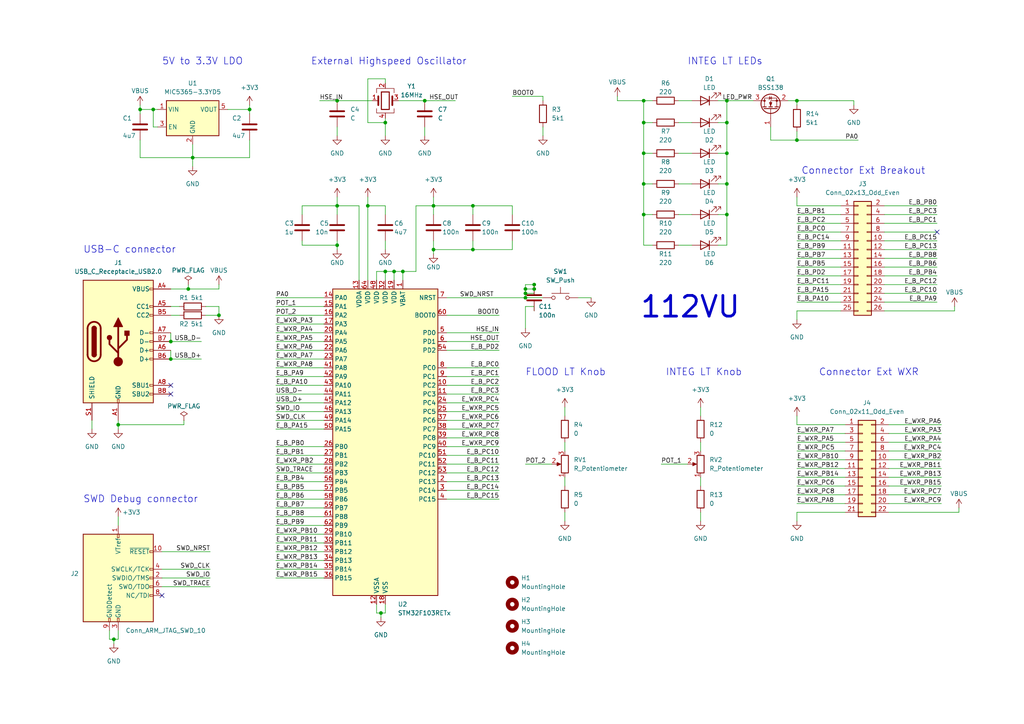
<source format=kicad_sch>
(kicad_sch (version 20230121) (generator eeschema)

  (uuid 5740ca0b-655a-4c19-bd74-b6cca34ce569)

  (paper "A4")

  (title_block
    (title "112VU")
    (date "2024-01-15")
    (rev "0.1")
  )

  

  (junction (at 186.69 35.56) (diameter 0) (color 0 0 0 0)
    (uuid 0fa51067-dcdd-4638-853e-c4d001b5fe0c)
  )
  (junction (at 231.14 29.21) (diameter 0) (color 0 0 0 0)
    (uuid 12d0678d-5c9f-40c4-9c9a-12f345cfdc8d)
  )
  (junction (at 210.82 62.23) (diameter 0) (color 0 0 0 0)
    (uuid 167e498f-a224-47d2-b0fd-ec58b25f043b)
  )
  (junction (at 210.82 29.21) (diameter 0) (color 0 0 0 0)
    (uuid 17dd96a3-c263-411b-b285-96174f8c4abd)
  )
  (junction (at 210.82 44.45) (diameter 0) (color 0 0 0 0)
    (uuid 1ad1dc14-43c8-42b6-8beb-dc72a08c2dbc)
  )
  (junction (at 33.02 185.42) (diameter 0) (color 0 0 0 0)
    (uuid 1c60d609-5ff7-4dc2-a60e-07e63366d976)
  )
  (junction (at 55.88 45.72) (diameter 0) (color 0 0 0 0)
    (uuid 2b1921ca-aaa2-4822-ba7a-336bdbbaf8ed)
  )
  (junction (at 110.49 177.8) (diameter 0) (color 0 0 0 0)
    (uuid 2dcbfe76-d796-4daf-a127-d5363b09619b)
  )
  (junction (at 186.69 62.23) (diameter 0) (color 0 0 0 0)
    (uuid 2efcae8f-3aba-490e-816e-aeedb77f4b0c)
  )
  (junction (at 154.94 82.55) (diameter 0) (color 0 0 0 0)
    (uuid 347add86-7ffb-4ba3-b8d8-70cde9393fe5)
  )
  (junction (at 186.69 53.34) (diameter 0) (color 0 0 0 0)
    (uuid 3dd9d9bf-a6d9-4b4f-bd61-152871729905)
  )
  (junction (at 97.79 59.69) (diameter 0) (color 0 0 0 0)
    (uuid 42f629bd-caad-4bce-9a81-ca4768db3007)
  )
  (junction (at 49.53 104.14) (diameter 0) (color 0 0 0 0)
    (uuid 43e22a1c-f404-4373-99bd-0c12eb31405b)
  )
  (junction (at 186.69 29.21) (diameter 0) (color 0 0 0 0)
    (uuid 49cb2f9a-042b-4c31-a10f-99f0faba34b6)
  )
  (junction (at 125.73 72.39) (diameter 0) (color 0 0 0 0)
    (uuid 4d7035fa-b7d3-4f60-adea-61c88f038586)
  )
  (junction (at 125.73 59.69) (diameter 0) (color 0 0 0 0)
    (uuid 4f902fa3-3669-459c-bc2c-d7ee983e1881)
  )
  (junction (at 152.4 85.09) (diameter 0) (color 0 0 0 0)
    (uuid 58899f78-5eee-4ae7-851d-fd0bd1e1d9a4)
  )
  (junction (at 114.3 78.74) (diameter 0) (color 0 0 0 0)
    (uuid 5f29704b-0318-45e3-8367-e3233859d109)
  )
  (junction (at 137.16 59.69) (diameter 0) (color 0 0 0 0)
    (uuid 6b127d9a-6cfc-4e3b-90a6-5161ca078476)
  )
  (junction (at 49.53 99.06) (diameter 0) (color 0 0 0 0)
    (uuid 6daa3e7b-888a-4e82-aa01-d5da38047bf9)
  )
  (junction (at 54.61 83.82) (diameter 0) (color 0 0 0 0)
    (uuid 7b6ecf54-9f73-4341-80a0-5b87705abb64)
  )
  (junction (at 97.79 71.12) (diameter 0) (color 0 0 0 0)
    (uuid 7cd7764e-36cc-46ca-a4d2-c3264a31cbdc)
  )
  (junction (at 111.76 78.74) (diameter 0) (color 0 0 0 0)
    (uuid 7e3d4d64-3133-4ce4-926f-4031f6f437bf)
  )
  (junction (at 123.19 29.21) (diameter 0) (color 0 0 0 0)
    (uuid 92fdf9fa-8bd9-4df6-8a1b-a85a69af6728)
  )
  (junction (at 34.29 123.19) (diameter 0) (color 0 0 0 0)
    (uuid 94d5499c-1a95-46b2-bf49-6a26cafcdc41)
  )
  (junction (at 137.16 72.39) (diameter 0) (color 0 0 0 0)
    (uuid 9b63773c-1c61-42c8-b559-cb3b72b84658)
  )
  (junction (at 72.39 31.75) (diameter 0) (color 0 0 0 0)
    (uuid a06a4f8a-c415-43dc-b206-90f090ee7299)
  )
  (junction (at 63.5 91.44) (diameter 0) (color 0 0 0 0)
    (uuid a15928d8-4854-48bc-b6b9-4cd713d7b736)
  )
  (junction (at 152.4 83.82) (diameter 0) (color 0 0 0 0)
    (uuid a752b907-c54f-47b1-b321-637f8a03571d)
  )
  (junction (at 106.68 59.69) (diameter 0) (color 0 0 0 0)
    (uuid a8bd4085-dd3e-40b8-a542-d0fe6a1d7788)
  )
  (junction (at 231.14 40.64) (diameter 0) (color 0 0 0 0)
    (uuid a94dd8e0-b61f-4707-8a94-5139be3ad4e6)
  )
  (junction (at 210.82 35.56) (diameter 0) (color 0 0 0 0)
    (uuid aec23165-54b2-44da-b598-5eafc4fa56b2)
  )
  (junction (at 97.79 29.21) (diameter 0) (color 0 0 0 0)
    (uuid affe691f-1bdc-435c-8c85-0ecbd2c20f8e)
  )
  (junction (at 186.69 44.45) (diameter 0) (color 0 0 0 0)
    (uuid b04d1fe1-5522-4fed-9a7b-6b3b3669d42b)
  )
  (junction (at 210.82 53.34) (diameter 0) (color 0 0 0 0)
    (uuid b3099a62-2752-4bda-a8d9-db47a782ca25)
  )
  (junction (at 40.64 31.75) (diameter 0) (color 0 0 0 0)
    (uuid bbd3779f-e8a7-4198-86fd-95e1eb6bb2bd)
  )
  (junction (at 152.4 86.36) (diameter 0) (color 0 0 0 0)
    (uuid c155270a-fbd6-4fa3-a7b8-3f50564b2c54)
  )
  (junction (at 154.94 83.82) (diameter 0) (color 0 0 0 0)
    (uuid cc1076ae-b331-4c78-bb6b-6344e6d956c6)
  )
  (junction (at 116.84 78.74) (diameter 0) (color 0 0 0 0)
    (uuid d7425343-d0b1-4493-8a3a-2d18e4f57a0f)
  )
  (junction (at 44.45 31.75) (diameter 0) (color 0 0 0 0)
    (uuid f5bbedea-bb19-475d-929b-c2414a704bca)
  )
  (junction (at 111.76 35.56) (diameter 0) (color 0 0 0 0)
    (uuid fb11841a-c952-4faa-bf14-cc379b950e82)
  )

  (no_connect (at 49.53 111.76) (uuid 7e52c791-279f-4bf1-af21-d9a95d7156bb))
  (no_connect (at 46.99 172.72) (uuid d5c9b446-c56a-4aec-abce-7eea89857564))
  (no_connect (at 49.53 114.3) (uuid de059341-76dd-4323-a7fc-4a8e07e018d0))
  (no_connect (at 271.78 67.31) (uuid df944613-0d19-4229-a134-073f2c32372c))

  (wire (pts (xy 208.28 35.56) (xy 210.82 35.56))
    (stroke (width 0) (type default))
    (uuid 000f3c30-d2db-4552-8864-58880818cd3d)
  )
  (wire (pts (xy 210.82 53.34) (xy 210.82 62.23))
    (stroke (width 0) (type default))
    (uuid 005d8a26-8eb9-4f46-8583-3d6e94adbc2a)
  )
  (wire (pts (xy 186.69 62.23) (xy 189.23 62.23))
    (stroke (width 0) (type default))
    (uuid 0064b704-c687-4df0-a7ac-20279cf92963)
  )
  (wire (pts (xy 114.3 78.74) (xy 116.84 78.74))
    (stroke (width 0) (type default))
    (uuid 013fb74b-3b70-411b-b67d-2c95da60f035)
  )
  (wire (pts (xy 256.54 69.85) (xy 271.78 69.85))
    (stroke (width 0) (type default))
    (uuid 031fe79c-6cb6-44de-aa72-5594e8bf2520)
  )
  (wire (pts (xy 203.2 148.59) (xy 203.2 151.13))
    (stroke (width 0) (type default))
    (uuid 0463d66f-3282-4aed-be9f-6e72070b1dd1)
  )
  (wire (pts (xy 125.73 59.69) (xy 137.16 59.69))
    (stroke (width 0) (type default))
    (uuid 04847588-42d6-4ccf-b25e-ffe49c8ebb1c)
  )
  (wire (pts (xy 152.4 86.36) (xy 152.4 85.09))
    (stroke (width 0) (type default))
    (uuid 05863406-4da2-4526-a383-fde57ba1b1b7)
  )
  (wire (pts (xy 97.79 36.83) (xy 97.79 39.37))
    (stroke (width 0) (type default))
    (uuid 060e10b8-4e30-461e-8f36-50eb5e16a300)
  )
  (wire (pts (xy 129.54 109.22) (xy 144.78 109.22))
    (stroke (width 0) (type default))
    (uuid 08960750-8fff-4680-92f7-e883b4f1f556)
  )
  (wire (pts (xy 210.82 62.23) (xy 210.82 71.12))
    (stroke (width 0) (type default))
    (uuid 0b8d3c61-b4fd-45f8-ab33-a261ab8455ae)
  )
  (wire (pts (xy 80.01 139.7) (xy 93.98 139.7))
    (stroke (width 0) (type default))
    (uuid 0c29b7a6-eb65-4a8c-b6c8-77fadb9197d6)
  )
  (wire (pts (xy 223.52 40.64) (xy 231.14 40.64))
    (stroke (width 0) (type default))
    (uuid 0ce07208-3281-4298-96f0-47fc35add194)
  )
  (wire (pts (xy 46.99 160.02) (xy 60.96 160.02))
    (stroke (width 0) (type default))
    (uuid 0de6fa0e-bcfd-4405-9a32-2aa7d7605898)
  )
  (wire (pts (xy 80.01 129.54) (xy 93.98 129.54))
    (stroke (width 0) (type default))
    (uuid 0e9adbe9-3fe7-440c-804d-7c61090db9e1)
  )
  (wire (pts (xy 80.01 157.48) (xy 93.98 157.48))
    (stroke (width 0) (type default))
    (uuid 0ea582f6-0a9d-495e-a23b-1fb36f65c7f9)
  )
  (wire (pts (xy 80.01 147.32) (xy 93.98 147.32))
    (stroke (width 0) (type default))
    (uuid 0ef083e0-8845-4bfe-9b50-d16a41e2529c)
  )
  (wire (pts (xy 257.81 125.73) (xy 273.05 125.73))
    (stroke (width 0) (type default))
    (uuid 0fc254ad-7c29-409a-a387-9a1a8fe616ae)
  )
  (wire (pts (xy 125.73 69.85) (xy 125.73 72.39))
    (stroke (width 0) (type default))
    (uuid 10050359-6c5b-4d95-bd60-17b1b97c0e36)
  )
  (wire (pts (xy 111.76 59.69) (xy 111.76 62.23))
    (stroke (width 0) (type default))
    (uuid 1096ab1b-41d8-46da-8912-9f3ba07f8f9b)
  )
  (wire (pts (xy 80.01 99.06) (xy 93.98 99.06))
    (stroke (width 0) (type default))
    (uuid 10efa3f2-df42-4111-b123-4539607ab2b7)
  )
  (wire (pts (xy 129.54 121.92) (xy 144.78 121.92))
    (stroke (width 0) (type default))
    (uuid 11040791-0875-492e-8705-a753fe59a812)
  )
  (wire (pts (xy 33.02 185.42) (xy 33.02 186.69))
    (stroke (width 0) (type default))
    (uuid 11c1a1a1-6e3a-4bcc-9368-5f85763dd2d7)
  )
  (wire (pts (xy 40.64 31.75) (xy 44.45 31.75))
    (stroke (width 0) (type default))
    (uuid 12e0e279-ded3-4a3c-abbe-206edf1f6a0c)
  )
  (wire (pts (xy 231.14 64.77) (xy 243.84 64.77))
    (stroke (width 0) (type default))
    (uuid 133b4311-c7f5-4af2-8bb6-8ec5cd75a6f3)
  )
  (wire (pts (xy 31.75 182.88) (xy 31.75 185.42))
    (stroke (width 0) (type default))
    (uuid 156ae0d1-f1c6-4eba-a8b0-adcedee7fe2c)
  )
  (wire (pts (xy 208.28 29.21) (xy 210.82 29.21))
    (stroke (width 0) (type default))
    (uuid 15ecf47d-089b-435b-a76b-ec8f624d0888)
  )
  (wire (pts (xy 223.52 36.83) (xy 223.52 40.64))
    (stroke (width 0) (type default))
    (uuid 1609296a-5640-4983-84d0-9acaa9c89843)
  )
  (wire (pts (xy 210.82 35.56) (xy 210.82 44.45))
    (stroke (width 0) (type default))
    (uuid 163094c6-a22b-43fd-9b30-61a8c0a9672f)
  )
  (wire (pts (xy 137.16 69.85) (xy 137.16 72.39))
    (stroke (width 0) (type default))
    (uuid 172bb47f-0037-4844-9a9b-51b9e12fd496)
  )
  (wire (pts (xy 111.76 69.85) (xy 111.76 72.39))
    (stroke (width 0) (type default))
    (uuid 17da7ac7-9940-4d33-b3c8-8aa70c7ca9ae)
  )
  (wire (pts (xy 97.79 57.15) (xy 97.79 59.69))
    (stroke (width 0) (type default))
    (uuid 190739b9-e921-4a1b-9d67-4f1ce53b3de1)
  )
  (wire (pts (xy 123.19 36.83) (xy 123.19 39.37))
    (stroke (width 0) (type default))
    (uuid 1c43a984-117c-4f04-a812-e06535f4c5d9)
  )
  (wire (pts (xy 276.86 88.9) (xy 276.86 90.17))
    (stroke (width 0) (type default))
    (uuid 1f2b1ecd-0c60-4765-9bb8-b20521a49bd2)
  )
  (wire (pts (xy 247.65 30.48) (xy 247.65 29.21))
    (stroke (width 0) (type default))
    (uuid 1f342ac5-7492-48b4-a589-ed2402e51c12)
  )
  (wire (pts (xy 46.99 165.1) (xy 60.96 165.1))
    (stroke (width 0) (type default))
    (uuid 1fec02f9-be0f-49be-823d-e9eafad81b29)
  )
  (wire (pts (xy 243.84 59.69) (xy 231.14 59.69))
    (stroke (width 0) (type default))
    (uuid 1ff32272-b4a0-46f6-882e-b6845af06ec9)
  )
  (wire (pts (xy 154.94 88.9) (xy 154.94 90.17))
    (stroke (width 0) (type default))
    (uuid 20c8113f-1ff2-448f-baaa-d46c912721b2)
  )
  (wire (pts (xy 186.69 53.34) (xy 186.69 62.23))
    (stroke (width 0) (type default))
    (uuid 2117bc2d-8706-494a-bd4d-c293bf11544c)
  )
  (wire (pts (xy 129.54 111.76) (xy 144.78 111.76))
    (stroke (width 0) (type default))
    (uuid 217e16a5-0ace-4bca-bbae-5b06520e4127)
  )
  (wire (pts (xy 231.14 80.01) (xy 243.84 80.01))
    (stroke (width 0) (type default))
    (uuid 223b2aad-05c4-4155-a521-2918f765a64a)
  )
  (wire (pts (xy 257.81 133.35) (xy 273.05 133.35))
    (stroke (width 0) (type default))
    (uuid 22bd623c-de04-4d6c-b5de-88c1b9bc30dc)
  )
  (wire (pts (xy 129.54 119.38) (xy 144.78 119.38))
    (stroke (width 0) (type default))
    (uuid 23351827-82ed-4f5f-96ce-180325481ad7)
  )
  (wire (pts (xy 55.88 41.91) (xy 55.88 45.72))
    (stroke (width 0) (type default))
    (uuid 23fc5e79-c876-43a1-81f6-a3c4faec6e77)
  )
  (wire (pts (xy 210.82 44.45) (xy 210.82 53.34))
    (stroke (width 0) (type default))
    (uuid 249cf519-7bb3-4e38-b004-a3a3f5eb7729)
  )
  (wire (pts (xy 80.01 144.78) (xy 93.98 144.78))
    (stroke (width 0) (type default))
    (uuid 27a472ac-f10e-4972-9358-e8a84ef67b01)
  )
  (wire (pts (xy 257.81 130.81) (xy 273.05 130.81))
    (stroke (width 0) (type default))
    (uuid 299673da-939d-4021-9882-d4f1260776c6)
  )
  (wire (pts (xy 111.76 22.86) (xy 106.68 22.86))
    (stroke (width 0) (type default))
    (uuid 2a9ba7a0-8eaf-4448-9c19-2ae556d2a337)
  )
  (wire (pts (xy 110.49 177.8) (xy 110.49 179.07))
    (stroke (width 0) (type default))
    (uuid 2ac958ed-6ccb-4d2c-80c8-5d730be8c1a2)
  )
  (wire (pts (xy 256.54 82.55) (xy 271.78 82.55))
    (stroke (width 0) (type default))
    (uuid 2badd1b7-1c79-40a4-9d69-9e9b7db0a1bc)
  )
  (wire (pts (xy 231.14 148.59) (xy 245.11 148.59))
    (stroke (width 0) (type default))
    (uuid 2c22f1b9-3970-414e-b2f4-a2b9a405e482)
  )
  (wire (pts (xy 129.54 132.08) (xy 144.78 132.08))
    (stroke (width 0) (type default))
    (uuid 2cabd486-acdd-4659-8814-5a5df849c962)
  )
  (wire (pts (xy 231.14 87.63) (xy 243.84 87.63))
    (stroke (width 0) (type default))
    (uuid 2d116af4-8286-46cf-8ed0-a3060c897ba9)
  )
  (wire (pts (xy 59.69 91.44) (xy 63.5 91.44))
    (stroke (width 0) (type default))
    (uuid 2d3b6166-9244-425b-a981-a4aa007e5ca2)
  )
  (wire (pts (xy 87.63 62.23) (xy 87.63 59.69))
    (stroke (width 0) (type default))
    (uuid 2d44685b-e02e-4177-9d31-d2d8cc237d92)
  )
  (wire (pts (xy 231.14 72.39) (xy 243.84 72.39))
    (stroke (width 0) (type default))
    (uuid 2d680f5b-3b33-482f-bcad-751ae84dc5c8)
  )
  (wire (pts (xy 186.69 44.45) (xy 189.23 44.45))
    (stroke (width 0) (type default))
    (uuid 2e6a3542-46f5-4d07-b324-bfb155724b59)
  )
  (wire (pts (xy 196.85 29.21) (xy 200.66 29.21))
    (stroke (width 0) (type default))
    (uuid 2f13497b-4181-46ef-8d0d-badc8e4372e9)
  )
  (wire (pts (xy 80.01 124.46) (xy 93.98 124.46))
    (stroke (width 0) (type default))
    (uuid 2f1b32d1-b651-4292-87ce-5c89bfb6d012)
  )
  (wire (pts (xy 49.53 99.06) (xy 58.42 99.06))
    (stroke (width 0) (type default))
    (uuid 2f7abde7-22bd-44eb-bf30-9685557cb1a1)
  )
  (wire (pts (xy 129.54 96.52) (xy 144.78 96.52))
    (stroke (width 0) (type default))
    (uuid 30aa99ea-6a05-4d46-ba9b-2ab146a5806d)
  )
  (wire (pts (xy 80.01 132.08) (xy 93.98 132.08))
    (stroke (width 0) (type default))
    (uuid 30e5cf48-273c-4f32-9cdd-d6154f31c5cb)
  )
  (wire (pts (xy 115.57 29.21) (xy 123.19 29.21))
    (stroke (width 0) (type default))
    (uuid 32fa1ea4-f590-4232-805b-f9e63fc3d051)
  )
  (wire (pts (xy 231.14 128.27) (xy 245.11 128.27))
    (stroke (width 0) (type default))
    (uuid 3371feb1-8598-4157-aad6-46ad00e177e8)
  )
  (wire (pts (xy 152.4 85.09) (xy 154.94 85.09))
    (stroke (width 0) (type default))
    (uuid 356b0cc1-567a-4aa4-91fb-53f91e3042de)
  )
  (wire (pts (xy 231.14 74.93) (xy 243.84 74.93))
    (stroke (width 0) (type default))
    (uuid 36b20240-03f2-4274-b1e0-813d48fac8ba)
  )
  (wire (pts (xy 257.81 143.51) (xy 273.05 143.51))
    (stroke (width 0) (type default))
    (uuid 36b7eac1-0e42-4f59-a373-282ea4823cdf)
  )
  (wire (pts (xy 208.28 44.45) (xy 210.82 44.45))
    (stroke (width 0) (type default))
    (uuid 377a8073-23ea-46ac-a73f-f136652c7df0)
  )
  (wire (pts (xy 196.85 62.23) (xy 200.66 62.23))
    (stroke (width 0) (type default))
    (uuid 37c278de-c3c3-4d6e-94b7-620c6e6ddd93)
  )
  (wire (pts (xy 59.69 88.9) (xy 63.5 88.9))
    (stroke (width 0) (type default))
    (uuid 38edcb7f-f3ff-4204-bf25-e49fbbf5c751)
  )
  (wire (pts (xy 53.34 123.19) (xy 34.29 123.19))
    (stroke (width 0) (type default))
    (uuid 39a70a05-2803-41c0-87b1-0ca49827ba0d)
  )
  (wire (pts (xy 256.54 87.63) (xy 271.78 87.63))
    (stroke (width 0) (type default))
    (uuid 3afc3492-5657-4412-acb5-912b73eac894)
  )
  (wire (pts (xy 104.14 59.69) (xy 97.79 59.69))
    (stroke (width 0) (type default))
    (uuid 3ce25f19-dd47-4b75-b294-47131bdac816)
  )
  (wire (pts (xy 87.63 59.69) (xy 97.79 59.69))
    (stroke (width 0) (type default))
    (uuid 3cecd9e4-1dbd-415d-9a30-c188dca3f7d5)
  )
  (wire (pts (xy 203.2 138.43) (xy 203.2 140.97))
    (stroke (width 0) (type default))
    (uuid 3d1a660e-0865-4f35-b88f-c3fd6f539510)
  )
  (wire (pts (xy 34.29 121.92) (xy 34.29 123.19))
    (stroke (width 0) (type default))
    (uuid 3d20c474-823a-4fb5-a8c6-bcc8402bbcdb)
  )
  (wire (pts (xy 257.81 128.27) (xy 273.05 128.27))
    (stroke (width 0) (type default))
    (uuid 3e826027-6dac-4c42-be7b-04c7bb1fc69d)
  )
  (wire (pts (xy 129.54 127) (xy 144.78 127))
    (stroke (width 0) (type default))
    (uuid 3ead91cc-d710-4665-a7ed-fadb9108c93a)
  )
  (wire (pts (xy 148.59 27.94) (xy 157.48 27.94))
    (stroke (width 0) (type default))
    (uuid 3ecf414c-08b6-47ca-9695-c09388434a5b)
  )
  (wire (pts (xy 104.14 59.69) (xy 104.14 81.28))
    (stroke (width 0) (type default))
    (uuid 3f1ec9ee-f1bb-4316-a027-a93574520652)
  )
  (wire (pts (xy 129.54 91.44) (xy 144.78 91.44))
    (stroke (width 0) (type default))
    (uuid 410a719c-b38c-4b95-8e72-b6296bfd0097)
  )
  (wire (pts (xy 257.81 146.05) (xy 273.05 146.05))
    (stroke (width 0) (type default))
    (uuid 415bbe1e-b642-4b4f-915b-98d786a16088)
  )
  (wire (pts (xy 80.01 111.76) (xy 93.98 111.76))
    (stroke (width 0) (type default))
    (uuid 41f41795-f978-4530-a575-595191bfc928)
  )
  (wire (pts (xy 203.2 128.27) (xy 203.2 130.81))
    (stroke (width 0) (type default))
    (uuid 4238ec4e-4da9-4362-8bb4-d23dfc45d30a)
  )
  (wire (pts (xy 40.64 31.75) (xy 40.64 33.02))
    (stroke (width 0) (type default))
    (uuid 42b0ae2e-b2e9-432d-9abc-de3c5fe361a6)
  )
  (wire (pts (xy 111.76 78.74) (xy 114.3 78.74))
    (stroke (width 0) (type default))
    (uuid 4363a51d-f381-43ca-b105-45ef52d8ddaa)
  )
  (wire (pts (xy 87.63 71.12) (xy 97.79 71.12))
    (stroke (width 0) (type default))
    (uuid 45264701-2f52-4889-b0f7-633a099ab069)
  )
  (wire (pts (xy 111.76 175.26) (xy 111.76 177.8))
    (stroke (width 0) (type default))
    (uuid 45edc67c-d8d4-4a13-8586-d5c866291a9b)
  )
  (wire (pts (xy 157.48 36.83) (xy 157.48 39.37))
    (stroke (width 0) (type default))
    (uuid 482f4782-d902-4979-8bc1-488e3f2b3f9e)
  )
  (wire (pts (xy 54.61 82.55) (xy 54.61 83.82))
    (stroke (width 0) (type default))
    (uuid 48946026-ecb4-495e-a133-26d8a78f2216)
  )
  (wire (pts (xy 231.14 146.05) (xy 245.11 146.05))
    (stroke (width 0) (type default))
    (uuid 4936c6a1-f790-4016-94bd-7910cf9d3a41)
  )
  (wire (pts (xy 278.13 147.32) (xy 278.13 148.59))
    (stroke (width 0) (type default))
    (uuid 49f3eadb-5930-46fe-be98-ea99e180eb58)
  )
  (wire (pts (xy 191.77 134.62) (xy 199.39 134.62))
    (stroke (width 0) (type default))
    (uuid 4a4522a4-ff68-4daf-962a-123420667ffc)
  )
  (wire (pts (xy 186.69 35.56) (xy 186.69 44.45))
    (stroke (width 0) (type default))
    (uuid 4aea78ff-9235-4074-a775-d890026d9157)
  )
  (wire (pts (xy 196.85 44.45) (xy 200.66 44.45))
    (stroke (width 0) (type default))
    (uuid 4afa499b-fc4b-4360-9569-393da8fceca2)
  )
  (wire (pts (xy 80.01 86.36) (xy 93.98 86.36))
    (stroke (width 0) (type default))
    (uuid 4eec0bee-50c0-4d9d-8e07-8eadde9e9be5)
  )
  (wire (pts (xy 55.88 45.72) (xy 72.39 45.72))
    (stroke (width 0) (type default))
    (uuid 5069b1d8-f44e-4d57-9ff1-71618293e9d5)
  )
  (wire (pts (xy 129.54 116.84) (xy 144.78 116.84))
    (stroke (width 0) (type default))
    (uuid 5265fffc-31ab-4df2-88c1-fb36bf4eb2ac)
  )
  (wire (pts (xy 208.28 62.23) (xy 210.82 62.23))
    (stroke (width 0) (type default))
    (uuid 52e31386-694e-4951-b680-1cc4d36661dd)
  )
  (wire (pts (xy 31.75 185.42) (xy 33.02 185.42))
    (stroke (width 0) (type default))
    (uuid 536249b9-139e-4933-b1ec-ec2ddc1cf787)
  )
  (wire (pts (xy 44.45 31.75) (xy 45.72 31.75))
    (stroke (width 0) (type default))
    (uuid 54b4904a-2b1c-4bcf-b507-c0f6e41dc409)
  )
  (wire (pts (xy 80.01 93.98) (xy 93.98 93.98))
    (stroke (width 0) (type default))
    (uuid 55803bf1-d9ec-4561-b9aa-5f1365f79ea5)
  )
  (wire (pts (xy 114.3 78.74) (xy 114.3 81.28))
    (stroke (width 0) (type default))
    (uuid 56a48f74-af5a-4107-84dd-44320a9aae73)
  )
  (wire (pts (xy 257.81 135.89) (xy 273.05 135.89))
    (stroke (width 0) (type default))
    (uuid 58768011-fcdd-404e-84ba-0b63f98bce65)
  )
  (wire (pts (xy 210.82 29.21) (xy 218.44 29.21))
    (stroke (width 0) (type default))
    (uuid 58c47b34-f93e-4291-8e3b-e914ffffd543)
  )
  (wire (pts (xy 123.19 29.21) (xy 132.08 29.21))
    (stroke (width 0) (type default))
    (uuid 5907fa0b-0e70-4f6d-8d6c-7d5e55e0dce8)
  )
  (wire (pts (xy 231.14 140.97) (xy 245.11 140.97))
    (stroke (width 0) (type default))
    (uuid 597e0541-ae0c-4817-bf22-e3d44995672c)
  )
  (wire (pts (xy 256.54 62.23) (xy 271.78 62.23))
    (stroke (width 0) (type default))
    (uuid 59990080-a5a6-42ea-b452-b5e2eb32ec48)
  )
  (wire (pts (xy 40.64 40.64) (xy 40.64 45.72))
    (stroke (width 0) (type default))
    (uuid 5a72b2e7-5be6-4ea8-8a94-1352dfd7ee75)
  )
  (wire (pts (xy 129.54 114.3) (xy 144.78 114.3))
    (stroke (width 0) (type default))
    (uuid 5a8ccbce-76f7-43a3-b99f-251bc7fe054f)
  )
  (wire (pts (xy 179.07 29.21) (xy 179.07 27.94))
    (stroke (width 0) (type default))
    (uuid 5c950eb7-1208-4e33-a28f-047f0062ef0e)
  )
  (wire (pts (xy 129.54 129.54) (xy 144.78 129.54))
    (stroke (width 0) (type default))
    (uuid 5d279d21-5663-4da3-bb22-bcad169a0a89)
  )
  (wire (pts (xy 186.69 29.21) (xy 189.23 29.21))
    (stroke (width 0) (type default))
    (uuid 5d37c896-6ccd-4eb6-b97d-06fd8af25081)
  )
  (wire (pts (xy 186.69 44.45) (xy 186.69 53.34))
    (stroke (width 0) (type default))
    (uuid 5d64061c-b985-4a33-b8f4-610cec98ad19)
  )
  (wire (pts (xy 152.4 88.9) (xy 154.94 88.9))
    (stroke (width 0) (type default))
    (uuid 5e5cc06d-113b-4cc5-a4a4-856c397e5469)
  )
  (wire (pts (xy 256.54 72.39) (xy 271.78 72.39))
    (stroke (width 0) (type default))
    (uuid 608feaaf-fa2e-445a-9504-c8d17c892dfd)
  )
  (wire (pts (xy 66.04 31.75) (xy 72.39 31.75))
    (stroke (width 0) (type default))
    (uuid 617ce0d8-254e-4a35-8d2b-3f40e2a15518)
  )
  (wire (pts (xy 196.85 71.12) (xy 200.66 71.12))
    (stroke (width 0) (type default))
    (uuid 61b194f9-4c66-4549-b1ed-fdd023ce1a79)
  )
  (wire (pts (xy 152.4 83.82) (xy 152.4 82.55))
    (stroke (width 0) (type default))
    (uuid 6250c991-dbce-41fb-ae08-8fcead801065)
  )
  (wire (pts (xy 179.07 29.21) (xy 186.69 29.21))
    (stroke (width 0) (type default))
    (uuid 65b1fcb2-b43f-4fcc-acba-b8b1a3962aca)
  )
  (wire (pts (xy 33.02 185.42) (xy 34.29 185.42))
    (stroke (width 0) (type default))
    (uuid 65e6e68e-3a4c-4246-8e55-43ef27c59119)
  )
  (wire (pts (xy 55.88 48.26) (xy 55.88 45.72))
    (stroke (width 0) (type default))
    (uuid 65e9b324-ad31-4bf7-8cb7-fa7b2f0e9c99)
  )
  (wire (pts (xy 137.16 59.69) (xy 137.16 62.23))
    (stroke (width 0) (type default))
    (uuid 67693e21-e324-4f12-8825-7806fb444906)
  )
  (wire (pts (xy 137.16 59.69) (xy 148.59 59.69))
    (stroke (width 0) (type default))
    (uuid 69360a21-105a-43d7-9090-f199ea503c35)
  )
  (wire (pts (xy 257.81 148.59) (xy 278.13 148.59))
    (stroke (width 0) (type default))
    (uuid 6d7d8464-cb25-47c6-8fae-7b7892073b67)
  )
  (wire (pts (xy 80.01 104.14) (xy 93.98 104.14))
    (stroke (width 0) (type default))
    (uuid 6fd8f0bb-1f58-482c-ae28-354d54e2cbac)
  )
  (wire (pts (xy 189.23 35.56) (xy 186.69 35.56))
    (stroke (width 0) (type default))
    (uuid 7101862f-c57f-4aa3-af9d-aff543c31789)
  )
  (wire (pts (xy 53.34 121.92) (xy 53.34 123.19))
    (stroke (width 0) (type default))
    (uuid 71f493ba-dd60-4cae-a091-d6781bcdb4c5)
  )
  (wire (pts (xy 231.14 143.51) (xy 245.11 143.51))
    (stroke (width 0) (type default))
    (uuid 7219bfcf-349d-4d8b-9553-b1e2dcd0bab2)
  )
  (wire (pts (xy 189.23 71.12) (xy 186.69 71.12))
    (stroke (width 0) (type default))
    (uuid 7337ce00-6e22-4992-8868-d691328b1106)
  )
  (wire (pts (xy 231.14 120.65) (xy 231.14 123.19))
    (stroke (width 0) (type default))
    (uuid 73a8253f-8f70-427a-b3d3-e7a6b08c2a5d)
  )
  (wire (pts (xy 231.14 130.81) (xy 245.11 130.81))
    (stroke (width 0) (type default))
    (uuid 73ec6d6f-2733-4cc4-8683-50ea407b3164)
  )
  (wire (pts (xy 152.4 86.36) (xy 157.48 86.36))
    (stroke (width 0) (type default))
    (uuid 741fe4cd-926b-4a29-84f1-ccdd0ba31c2a)
  )
  (wire (pts (xy 231.14 148.59) (xy 231.14 151.13))
    (stroke (width 0) (type default))
    (uuid 747b5248-8301-4e1b-b55a-56e84d6eee07)
  )
  (wire (pts (xy 72.39 30.48) (xy 72.39 31.75))
    (stroke (width 0) (type default))
    (uuid 7497168e-5bb9-45d1-9796-74815f86a675)
  )
  (wire (pts (xy 148.59 69.85) (xy 148.59 72.39))
    (stroke (width 0) (type default))
    (uuid 74b5d195-dec1-40be-bdb2-5074d95fca64)
  )
  (wire (pts (xy 129.54 134.62) (xy 144.78 134.62))
    (stroke (width 0) (type default))
    (uuid 75128cf9-d6b9-4888-9486-5947d3293a2b)
  )
  (wire (pts (xy 208.28 53.34) (xy 210.82 53.34))
    (stroke (width 0) (type default))
    (uuid 7628f3d0-ea89-4fe4-858f-f70881d4e876)
  )
  (wire (pts (xy 97.79 72.39) (xy 97.79 71.12))
    (stroke (width 0) (type default))
    (uuid 772b8a54-171c-44c3-a551-6db6ef841204)
  )
  (wire (pts (xy 109.22 175.26) (xy 109.22 177.8))
    (stroke (width 0) (type default))
    (uuid 79388906-8a9b-4e98-9e6d-540af7d14b09)
  )
  (wire (pts (xy 63.5 88.9) (xy 63.5 91.44))
    (stroke (width 0) (type default))
    (uuid 7a98c6ca-86ea-4c9c-81e5-9fb7096c121c)
  )
  (wire (pts (xy 186.69 53.34) (xy 189.23 53.34))
    (stroke (width 0) (type default))
    (uuid 7b38e39e-c91c-4149-a482-9055eb5e9990)
  )
  (wire (pts (xy 203.2 118.11) (xy 203.2 120.65))
    (stroke (width 0) (type default))
    (uuid 7c72ecde-63ef-4ef8-975a-20557e9b6d92)
  )
  (wire (pts (xy 109.22 78.74) (xy 111.76 78.74))
    (stroke (width 0) (type default))
    (uuid 7d56d791-cc7c-458b-bb36-915452050d31)
  )
  (wire (pts (xy 111.76 24.13) (xy 111.76 22.86))
    (stroke (width 0) (type default))
    (uuid 7e1a8fe5-c113-480b-98be-281a71bf8f43)
  )
  (wire (pts (xy 208.28 71.12) (xy 210.82 71.12))
    (stroke (width 0) (type default))
    (uuid 7f570547-dd1a-4280-b26d-20c134a2005f)
  )
  (wire (pts (xy 111.76 177.8) (xy 110.49 177.8))
    (stroke (width 0) (type default))
    (uuid 803f7d38-5a52-4850-a8b5-49aedfadde54)
  )
  (wire (pts (xy 148.59 62.23) (xy 148.59 59.69))
    (stroke (width 0) (type default))
    (uuid 820d98e4-3612-4faf-a029-644f9811c28e)
  )
  (wire (pts (xy 80.01 149.86) (xy 93.98 149.86))
    (stroke (width 0) (type default))
    (uuid 8248fdde-8cf6-4e91-9d94-040c2e0a99de)
  )
  (wire (pts (xy 256.54 80.01) (xy 271.78 80.01))
    (stroke (width 0) (type default))
    (uuid 824e78be-801d-461c-8672-dc59d08534fb)
  )
  (wire (pts (xy 80.01 137.16) (xy 93.98 137.16))
    (stroke (width 0) (type default))
    (uuid 82d79044-4cac-4c1a-8fbe-139954239921)
  )
  (wire (pts (xy 256.54 85.09) (xy 271.78 85.09))
    (stroke (width 0) (type default))
    (uuid 833d2c33-1022-4802-8b1a-31fd8ebff9a8)
  )
  (wire (pts (xy 231.14 133.35) (xy 245.11 133.35))
    (stroke (width 0) (type default))
    (uuid 83ba98b4-689c-42bf-ab2a-05ea9321baf2)
  )
  (wire (pts (xy 129.54 137.16) (xy 144.78 137.16))
    (stroke (width 0) (type default))
    (uuid 83fa09f0-eeb6-45ab-b76c-3983d74e28c7)
  )
  (wire (pts (xy 256.54 90.17) (xy 276.86 90.17))
    (stroke (width 0) (type default))
    (uuid 86365b5d-8df9-4b5e-a5b5-f5c2d2d4bb08)
  )
  (wire (pts (xy 80.01 106.68) (xy 93.98 106.68))
    (stroke (width 0) (type default))
    (uuid 86bc5b74-a4b5-450f-86b4-c4703a81f9e8)
  )
  (wire (pts (xy 231.14 138.43) (xy 245.11 138.43))
    (stroke (width 0) (type default))
    (uuid 875af2e2-3011-49ef-9cf1-3b8d1aa6a558)
  )
  (wire (pts (xy 97.79 59.69) (xy 97.79 62.23))
    (stroke (width 0) (type default))
    (uuid 875dcde3-d9b1-4261-b2ff-4d8621bb8b93)
  )
  (wire (pts (xy 247.65 29.21) (xy 231.14 29.21))
    (stroke (width 0) (type default))
    (uuid 87a4d5cf-d97b-461b-b5ab-2ba8f0629c81)
  )
  (wire (pts (xy 231.14 85.09) (xy 243.84 85.09))
    (stroke (width 0) (type default))
    (uuid 87b458c3-444e-48bd-9c1d-1ce0826eceeb)
  )
  (wire (pts (xy 157.48 27.94) (xy 157.48 29.21))
    (stroke (width 0) (type default))
    (uuid 883bf4a5-8455-467f-a591-ee9602f29502)
  )
  (wire (pts (xy 80.01 154.94) (xy 93.98 154.94))
    (stroke (width 0) (type default))
    (uuid 88a50611-570f-4953-b80c-f4a27d1d97fb)
  )
  (wire (pts (xy 231.14 135.89) (xy 245.11 135.89))
    (stroke (width 0) (type default))
    (uuid 895839e6-bcaf-4bed-84a5-63c5c001abed)
  )
  (wire (pts (xy 129.54 99.06) (xy 144.78 99.06))
    (stroke (width 0) (type default))
    (uuid 89e0a0ee-23eb-46db-9def-3bf9dc353f79)
  )
  (wire (pts (xy 256.54 74.93) (xy 271.78 74.93))
    (stroke (width 0) (type default))
    (uuid 8a27ba5a-2b44-46e6-9194-44c1ea9ca755)
  )
  (wire (pts (xy 80.01 88.9) (xy 93.98 88.9))
    (stroke (width 0) (type default))
    (uuid 8a2c5a05-02a9-4f72-a99a-9052c178574f)
  )
  (wire (pts (xy 40.64 45.72) (xy 55.88 45.72))
    (stroke (width 0) (type default))
    (uuid 8a2ed03c-01db-442d-ab41-f2989ed4129c)
  )
  (wire (pts (xy 26.67 121.92) (xy 26.67 124.46))
    (stroke (width 0) (type default))
    (uuid 8a99a176-4173-4611-a12a-f7950ec44274)
  )
  (wire (pts (xy 106.68 22.86) (xy 106.68 35.56))
    (stroke (width 0) (type default))
    (uuid 8a9c972a-6298-4e80-934b-fa45c02afc70)
  )
  (wire (pts (xy 256.54 67.31) (xy 271.78 67.31))
    (stroke (width 0) (type default))
    (uuid 8bf2fa1a-68c5-40cf-8cf9-f76ca9f8dad0)
  )
  (wire (pts (xy 49.53 91.44) (xy 52.07 91.44))
    (stroke (width 0) (type default))
    (uuid 8c74f273-8b7e-4ca2-81e8-7901219371e0)
  )
  (wire (pts (xy 167.64 86.36) (xy 171.45 86.36))
    (stroke (width 0) (type default))
    (uuid 8c885c0c-31c4-4200-802f-7e61d879f245)
  )
  (wire (pts (xy 80.01 162.56) (xy 93.98 162.56))
    (stroke (width 0) (type default))
    (uuid 8ce17427-3ffa-43d3-9639-d68a991fe58e)
  )
  (wire (pts (xy 210.82 29.21) (xy 210.82 35.56))
    (stroke (width 0) (type default))
    (uuid 8d2b4c80-6992-45f2-86c4-a0d67b7cb13a)
  )
  (wire (pts (xy 231.14 57.15) (xy 231.14 59.69))
    (stroke (width 0) (type default))
    (uuid 8d5de446-8ea0-4e2c-88cb-515e9930840d)
  )
  (wire (pts (xy 72.39 40.64) (xy 72.39 45.72))
    (stroke (width 0) (type default))
    (uuid 8dd4ecfb-1365-4fa9-95ee-596aaef991f9)
  )
  (wire (pts (xy 152.4 85.09) (xy 152.4 83.82))
    (stroke (width 0) (type default))
    (uuid 8f79b3ed-9029-4631-b9e6-4f6b10ef0906)
  )
  (wire (pts (xy 97.79 69.85) (xy 97.79 71.12))
    (stroke (width 0) (type default))
    (uuid 8fa94511-37ed-4cdf-ae80-ad28560ba829)
  )
  (wire (pts (xy 257.81 123.19) (xy 273.05 123.19))
    (stroke (width 0) (type default))
    (uuid 9042c39c-7f3c-48c8-aa43-ed5f6324b714)
  )
  (wire (pts (xy 106.68 59.69) (xy 106.68 81.28))
    (stroke (width 0) (type default))
    (uuid 9118a413-570e-456d-8544-5ad51bdedb93)
  )
  (wire (pts (xy 80.01 101.6) (xy 93.98 101.6))
    (stroke (width 0) (type default))
    (uuid 95b109bf-ad2b-41a1-8ef3-f7b1f141e0c8)
  )
  (wire (pts (xy 106.68 35.56) (xy 111.76 35.56))
    (stroke (width 0) (type default))
    (uuid 96fc5858-63dd-49a8-b576-bcb09045a011)
  )
  (wire (pts (xy 80.01 116.84) (xy 93.98 116.84))
    (stroke (width 0) (type default))
    (uuid 973c4ad4-b1f5-4df9-8386-815adf02b00d)
  )
  (wire (pts (xy 129.54 101.6) (xy 144.78 101.6))
    (stroke (width 0) (type default))
    (uuid 9765c0ad-c9b5-45c4-8707-c5f5c5d4c109)
  )
  (wire (pts (xy 256.54 77.47) (xy 271.78 77.47))
    (stroke (width 0) (type default))
    (uuid 9773d962-e428-4d77-8182-2107c0b10c1e)
  )
  (wire (pts (xy 80.01 121.92) (xy 93.98 121.92))
    (stroke (width 0) (type default))
    (uuid 97b0a11a-842a-4306-addf-07605f0abe5e)
  )
  (wire (pts (xy 231.14 77.47) (xy 243.84 77.47))
    (stroke (width 0) (type default))
    (uuid 9ae34e4e-7b0b-4b05-a8c3-83634817b0b0)
  )
  (wire (pts (xy 120.65 78.74) (xy 116.84 78.74))
    (stroke (width 0) (type default))
    (uuid 9c1389ee-d1ac-4160-a071-ae9bc87d0207)
  )
  (wire (pts (xy 44.45 31.75) (xy 44.45 36.83))
    (stroke (width 0) (type default))
    (uuid 9dec89b7-c224-4aa2-9bf9-b10938e96d26)
  )
  (wire (pts (xy 257.81 138.43) (xy 273.05 138.43))
    (stroke (width 0) (type default))
    (uuid 9e4086da-7dba-48b9-865a-6daee9bba9fa)
  )
  (wire (pts (xy 137.16 72.39) (xy 125.73 72.39))
    (stroke (width 0) (type default))
    (uuid a00cf6c7-48b6-499b-81e4-ea9bbe9d2e84)
  )
  (wire (pts (xy 257.81 140.97) (xy 273.05 140.97))
    (stroke (width 0) (type default))
    (uuid a0cac51b-3f4f-4f47-a98c-7d06e17e1ff3)
  )
  (wire (pts (xy 49.53 83.82) (xy 54.61 83.82))
    (stroke (width 0) (type default))
    (uuid a2588a20-b6e1-49e7-860b-aa2319f68eff)
  )
  (wire (pts (xy 256.54 59.69) (xy 271.78 59.69))
    (stroke (width 0) (type default))
    (uuid a2e9c4bd-bb42-42d0-a00e-0163ec9a9fd3)
  )
  (wire (pts (xy 125.73 57.15) (xy 125.73 59.69))
    (stroke (width 0) (type default))
    (uuid a2fd1a21-2bdd-436d-a848-15dd58af18e8)
  )
  (wire (pts (xy 231.14 69.85) (xy 243.84 69.85))
    (stroke (width 0) (type default))
    (uuid a3657415-e888-4ac5-92cb-b7f31a19d987)
  )
  (wire (pts (xy 154.94 83.82) (xy 154.94 82.55))
    (stroke (width 0) (type default))
    (uuid a40755a3-217d-495d-8746-32408fa8d238)
  )
  (wire (pts (xy 163.83 118.11) (xy 163.83 120.65))
    (stroke (width 0) (type default))
    (uuid a5f801e1-bf14-4d39-9a86-026faa48d36c)
  )
  (wire (pts (xy 129.54 139.7) (xy 144.78 139.7))
    (stroke (width 0) (type default))
    (uuid a692649b-0fe6-45b3-9067-990686a6b0ae)
  )
  (wire (pts (xy 40.64 30.48) (xy 40.64 31.75))
    (stroke (width 0) (type default))
    (uuid a6ac18dc-e524-4ce1-93db-ea7a2f95938b)
  )
  (wire (pts (xy 152.4 82.55) (xy 154.94 82.55))
    (stroke (width 0) (type default))
    (uuid a6b21205-3bcf-446e-84c7-2641f6c056ee)
  )
  (wire (pts (xy 196.85 35.56) (xy 200.66 35.56))
    (stroke (width 0) (type default))
    (uuid a70ce733-9cba-408d-b091-a4730dfaa74a)
  )
  (wire (pts (xy 129.54 124.46) (xy 144.78 124.46))
    (stroke (width 0) (type default))
    (uuid a70e97d9-36a3-4410-a80a-2412c19f173a)
  )
  (wire (pts (xy 231.14 67.31) (xy 243.84 67.31))
    (stroke (width 0) (type default))
    (uuid a9e936fd-3ba9-42fb-8ae3-eeee5a815792)
  )
  (wire (pts (xy 111.76 35.56) (xy 111.76 39.37))
    (stroke (width 0) (type default))
    (uuid aae282ba-9e54-42f3-95d2-ef87502cb378)
  )
  (wire (pts (xy 80.01 160.02) (xy 93.98 160.02))
    (stroke (width 0) (type default))
    (uuid ac1b4d2a-4735-4685-8dd7-4dfcf15f0f2d)
  )
  (wire (pts (xy 87.63 69.85) (xy 87.63 71.12))
    (stroke (width 0) (type default))
    (uuid ac5d5909-c690-42fa-b195-c25b5c9bcd39)
  )
  (wire (pts (xy 80.01 142.24) (xy 93.98 142.24))
    (stroke (width 0) (type default))
    (uuid ad5af50b-de14-4aef-99cf-9c6a9090d89f)
  )
  (wire (pts (xy 186.69 62.23) (xy 186.69 71.12))
    (stroke (width 0) (type default))
    (uuid ad632be4-a913-4102-b834-b3589712f61b)
  )
  (wire (pts (xy 163.83 128.27) (xy 163.83 130.81))
    (stroke (width 0) (type default))
    (uuid b1e522d1-54ef-4188-ab60-62b1ba5e6f33)
  )
  (wire (pts (xy 92.71 29.21) (xy 97.79 29.21))
    (stroke (width 0) (type default))
    (uuid b26ee8f7-dd4b-46ad-88a5-4abb8eb3c891)
  )
  (wire (pts (xy 97.79 29.21) (xy 107.95 29.21))
    (stroke (width 0) (type default))
    (uuid b2d1126c-00d9-4148-bc6e-8cf31fc07554)
  )
  (wire (pts (xy 231.14 29.21) (xy 231.14 30.48))
    (stroke (width 0) (type default))
    (uuid b4e2276c-01ac-4579-90fa-c69c90048c22)
  )
  (wire (pts (xy 196.85 53.34) (xy 200.66 53.34))
    (stroke (width 0) (type default))
    (uuid b4e5576d-df20-4295-aa90-f525e04d27e9)
  )
  (wire (pts (xy 125.73 62.23) (xy 125.73 59.69))
    (stroke (width 0) (type default))
    (uuid b598e7ba-dbfc-4d15-8685-aa38a769097f)
  )
  (wire (pts (xy 111.76 34.29) (xy 111.76 35.56))
    (stroke (width 0) (type default))
    (uuid b670967e-1494-44bd-af11-1a2c574eea93)
  )
  (wire (pts (xy 243.84 90.17) (xy 231.14 90.17))
    (stroke (width 0) (type default))
    (uuid b85c2e28-cb91-43f8-bc25-e1c3fe9e5ca1)
  )
  (wire (pts (xy 154.94 85.09) (xy 154.94 83.82))
    (stroke (width 0) (type default))
    (uuid b87f3b14-084d-4c0e-89f6-7a11f2df7a59)
  )
  (wire (pts (xy 186.69 35.56) (xy 186.69 29.21))
    (stroke (width 0) (type default))
    (uuid b8aa2c76-7704-4d5d-9cdb-6ab39f6708b9)
  )
  (wire (pts (xy 137.16 72.39) (xy 148.59 72.39))
    (stroke (width 0) (type default))
    (uuid bbdce7f2-1736-4e39-ad75-babc98c65ddc)
  )
  (wire (pts (xy 34.29 123.19) (xy 34.29 124.46))
    (stroke (width 0) (type default))
    (uuid bc535585-6f32-43c3-9d16-8725ee61be2e)
  )
  (wire (pts (xy 231.14 90.17) (xy 231.14 92.71))
    (stroke (width 0) (type default))
    (uuid bc9f10bf-ab4d-4c06-bad2-b7d1e58f37aa)
  )
  (wire (pts (xy 46.99 170.18) (xy 60.96 170.18))
    (stroke (width 0) (type default))
    (uuid bfac506f-e1a6-4622-a607-d985153c1aa6)
  )
  (wire (pts (xy 80.01 152.4) (xy 93.98 152.4))
    (stroke (width 0) (type default))
    (uuid c08f800c-56a9-424c-a9a8-de13a96a8c0b)
  )
  (wire (pts (xy 49.53 104.14) (xy 58.42 104.14))
    (stroke (width 0) (type default))
    (uuid c42a38e6-3f55-4708-a440-7eca77ca9ca6)
  )
  (wire (pts (xy 125.73 59.69) (xy 120.65 59.69))
    (stroke (width 0) (type default))
    (uuid c6307afa-3f46-40e9-820a-a0d1d4fe0962)
  )
  (wire (pts (xy 129.54 144.78) (xy 144.78 144.78))
    (stroke (width 0) (type default))
    (uuid c80c178e-9363-4569-9112-69b769383390)
  )
  (wire (pts (xy 72.39 31.75) (xy 72.39 33.02))
    (stroke (width 0) (type default))
    (uuid c8e0fe5f-bc49-458e-99e2-e546638ed0aa)
  )
  (wire (pts (xy 80.01 96.52) (xy 93.98 96.52))
    (stroke (width 0) (type default))
    (uuid c914acef-66f6-433a-b06e-10005b57de3d)
  )
  (wire (pts (xy 129.54 106.68) (xy 144.78 106.68))
    (stroke (width 0) (type default))
    (uuid cb78f980-117e-4295-ade2-ad0f97ba5137)
  )
  (wire (pts (xy 152.4 88.9) (xy 152.4 95.25))
    (stroke (width 0) (type default))
    (uuid cc7ec28a-1d01-4242-921c-2d4eabe61a4f)
  )
  (wire (pts (xy 116.84 78.74) (xy 116.84 81.28))
    (stroke (width 0) (type default))
    (uuid cddd9400-0c29-4c15-aec5-cab32fa55507)
  )
  (wire (pts (xy 231.14 40.64) (xy 248.92 40.64))
    (stroke (width 0) (type default))
    (uuid cfb759bf-b2f9-41de-9913-ae6f75e3c947)
  )
  (wire (pts (xy 49.53 101.6) (xy 49.53 104.14))
    (stroke (width 0) (type default))
    (uuid d1ca6074-30e0-4e2f-8751-62359f5a8cff)
  )
  (wire (pts (xy 129.54 86.36) (xy 152.4 86.36))
    (stroke (width 0) (type default))
    (uuid d1e60619-9df3-4a2e-bf5e-043c7294764f)
  )
  (wire (pts (xy 34.29 149.86) (xy 34.29 152.4))
    (stroke (width 0) (type default))
    (uuid d271fe32-8888-45e6-969b-5001f0093860)
  )
  (wire (pts (xy 163.83 138.43) (xy 163.83 140.97))
    (stroke (width 0) (type default))
    (uuid d3c90db5-98ba-4334-b5f1-7b92b77d787e)
  )
  (wire (pts (xy 34.29 182.88) (xy 34.29 185.42))
    (stroke (width 0) (type default))
    (uuid d3d73c7f-77a5-48d7-85d4-7912f3d988c9)
  )
  (wire (pts (xy 120.65 59.69) (xy 120.65 78.74))
    (stroke (width 0) (type default))
    (uuid d48851ac-877a-4a5b-8a63-0ffd5af2fec7)
  )
  (wire (pts (xy 80.01 119.38) (xy 93.98 119.38))
    (stroke (width 0) (type default))
    (uuid d58c218b-e3cd-41db-a20c-2c63b91814a1)
  )
  (wire (pts (xy 228.6 29.21) (xy 231.14 29.21))
    (stroke (width 0) (type default))
    (uuid d985827e-94f9-4201-860f-ac3355dbec28)
  )
  (wire (pts (xy 46.99 167.64) (xy 60.96 167.64))
    (stroke (width 0) (type default))
    (uuid de8d426f-2509-4b7c-b6fa-ebd0854923c1)
  )
  (wire (pts (xy 231.14 38.1) (xy 231.14 40.64))
    (stroke (width 0) (type default))
    (uuid e00ef5ad-63c1-4b6a-885e-cc0b5adab65d)
  )
  (wire (pts (xy 129.54 142.24) (xy 144.78 142.24))
    (stroke (width 0) (type default))
    (uuid e08e04c2-25f0-4745-aad8-e744817bc30c)
  )
  (wire (pts (xy 63.5 82.55) (xy 63.5 83.82))
    (stroke (width 0) (type default))
    (uuid e1886fc6-46bf-4baf-9b02-66595f4e62c5)
  )
  (wire (pts (xy 125.73 72.39) (xy 125.73 73.66))
    (stroke (width 0) (type default))
    (uuid e3055f06-076e-4994-833c-bf47290e6687)
  )
  (wire (pts (xy 80.01 167.64) (xy 93.98 167.64))
    (stroke (width 0) (type default))
    (uuid e31b0eea-5996-4d8a-8c6a-d6b0f79c034e)
  )
  (wire (pts (xy 110.49 177.8) (xy 109.22 177.8))
    (stroke (width 0) (type default))
    (uuid e6471839-40d2-4b20-9eea-92fc5229222c)
  )
  (wire (pts (xy 109.22 81.28) (xy 109.22 78.74))
    (stroke (width 0) (type default))
    (uuid e66d4057-b678-40ff-a1b8-c0f040772caa)
  )
  (wire (pts (xy 49.53 88.9) (xy 52.07 88.9))
    (stroke (width 0) (type default))
    (uuid e68f5d6c-9068-4d1e-b70d-67d758c67d22)
  )
  (wire (pts (xy 111.76 78.74) (xy 111.76 81.28))
    (stroke (width 0) (type default))
    (uuid e6e87f00-0ba5-4fc0-8708-cb520b533b6d)
  )
  (wire (pts (xy 106.68 57.15) (xy 106.68 59.69))
    (stroke (width 0) (type default))
    (uuid e79b5f75-0f3d-460c-bbb2-f1e1ba6d2233)
  )
  (wire (pts (xy 152.4 83.82) (xy 154.94 83.82))
    (stroke (width 0) (type default))
    (uuid e953d4f6-f709-40a6-8c76-5d2a2dee0490)
  )
  (wire (pts (xy 111.76 59.69) (xy 106.68 59.69))
    (stroke (width 0) (type default))
    (uuid e9ff5882-94d5-46e5-978d-fc46faa5f76e)
  )
  (wire (pts (xy 231.14 125.73) (xy 245.11 125.73))
    (stroke (width 0) (type default))
    (uuid eac85228-b86f-4324-a3bd-85a16c52bb5c)
  )
  (wire (pts (xy 152.4 134.62) (xy 160.02 134.62))
    (stroke (width 0) (type default))
    (uuid ebdd0e5f-47be-49c2-aabc-4f34458254cf)
  )
  (wire (pts (xy 163.83 148.59) (xy 163.83 151.13))
    (stroke (width 0) (type default))
    (uuid ebf84a6a-e2af-485c-9787-0d07e9bc7f2d)
  )
  (wire (pts (xy 80.01 109.22) (xy 93.98 109.22))
    (stroke (width 0) (type default))
    (uuid ec3f17c4-1b5e-458b-bf46-9b7cc08db01c)
  )
  (wire (pts (xy 45.72 36.83) (xy 44.45 36.83))
    (stroke (width 0) (type default))
    (uuid ee9e74b9-a797-498e-ae06-2f5645a7b57d)
  )
  (wire (pts (xy 80.01 165.1) (xy 93.98 165.1))
    (stroke (width 0) (type default))
    (uuid f2439288-c252-4a56-bf53-ab962dbb8101)
  )
  (wire (pts (xy 54.61 83.82) (xy 63.5 83.82))
    (stroke (width 0) (type default))
    (uuid f4155702-c037-41cc-aca7-32839828243d)
  )
  (wire (pts (xy 256.54 64.77) (xy 271.78 64.77))
    (stroke (width 0) (type default))
    (uuid f518c24c-06cb-4191-9710-91c75edebf70)
  )
  (wire (pts (xy 80.01 91.44) (xy 93.98 91.44))
    (stroke (width 0) (type default))
    (uuid f5485363-ee56-4e49-b3fc-2896153c6a0d)
  )
  (wire (pts (xy 80.01 114.3) (xy 93.98 114.3))
    (stroke (width 0) (type default))
    (uuid f568153a-fbb2-4d32-a8d3-967e4a1308b8)
  )
  (wire (pts (xy 231.14 123.19) (xy 245.11 123.19))
    (stroke (width 0) (type default))
    (uuid f63ad809-2c85-4250-b106-902d5fd3b9af)
  )
  (wire (pts (xy 231.14 62.23) (xy 243.84 62.23))
    (stroke (width 0) (type default))
    (uuid f6503028-8108-4b82-b386-f4e02470ba64)
  )
  (wire (pts (xy 49.53 96.52) (xy 49.53 99.06))
    (stroke (width 0) (type default))
    (uuid fa3fbbf8-9d7c-4c27-b29b-c7600a68ddb4)
  )
  (wire (pts (xy 231.14 82.55) (xy 243.84 82.55))
    (stroke (width 0) (type default))
    (uuid fcabc11b-4d57-42df-96f5-59d69773d6e6)
  )
  (wire (pts (xy 80.01 134.62) (xy 93.98 134.62))
    (stroke (width 0) (type default))
    (uuid fdd3c67c-f0a6-4867-aa2e-c9fb46c02421)
  )

  (text "INTEG LT LEDs" (at 199.39 19.05 0)
    (effects (font (size 2 2)) (justify left bottom))
    (uuid 0a1e962e-076b-42f6-a00c-66090194340a)
  )
  (text "Connector Ext Breakout" (at 232.41 50.8 0)
    (effects (font (size 2 2)) (justify left bottom))
    (uuid 1ef8f101-a1c7-49e4-86e3-90068dc36021)
  )
  (text "FLOOD LT Knob" (at 152.4 109.22 0)
    (effects (font (size 2 2)) (justify left bottom))
    (uuid 3cb537d5-1194-485e-bb3f-7802fcb18862)
  )
  (text "INTEG LT Knob" (at 193.04 109.22 0)
    (effects (font (size 2 2)) (justify left bottom))
    (uuid 428f386b-c4b2-4ca2-845b-9e23fb41469e)
  )
  (text "USB-C connector" (at 24.13 73.66 0)
    (effects (font (size 2 2)) (justify left bottom))
    (uuid 73546573-846a-42be-a184-72492a70e48a)
  )
  (text "Connector Ext WXR" (at 237.49 109.22 0)
    (effects (font (size 2 2)) (justify left bottom))
    (uuid 89112b46-8fb3-4090-8c16-2410024d4f51)
  )
  (text "SWD Debug connector" (at 24.13 146.05 0)
    (effects (font (size 2 2)) (justify left bottom))
    (uuid aeb5fad9-a442-4ec1-af74-5842be54467e)
  )
  (text "112VU" (at 185.42 92.71 0)
    (effects (font (size 6 6) (thickness 0.8) bold) (justify left bottom))
    (uuid dad8b56c-3a07-430a-a4c3-8efe21e407f8)
  )
  (text "5V to 3.3V LDO" (at 46.99 19.05 0)
    (effects (font (size 2 2)) (justify left bottom))
    (uuid e020d38a-de30-4d26-9592-7a007cdfd95a)
  )
  (text "External Highspeed Oscillator" (at 90.17 19.05 0)
    (effects (font (size 2 2)) (justify left bottom))
    (uuid e945ef84-e769-4619-b4b4-eeb9867c277d)
  )

  (label "E_WXR_PC4" (at 144.78 116.84 180) (fields_autoplaced)
    (effects (font (size 1.27 1.27)) (justify right bottom))
    (uuid 0073db43-8d16-4c8c-b06e-ce71ee00075b)
  )
  (label "E_B_PB1" (at 80.01 132.08 0) (fields_autoplaced)
    (effects (font (size 1.27 1.27)) (justify left bottom))
    (uuid 019ef954-5fd5-4ddc-b620-69d894b8542a)
  )
  (label "E_B_PA10" (at 231.14 87.63 0) (fields_autoplaced)
    (effects (font (size 1.27 1.27)) (justify left bottom))
    (uuid 0229edee-80db-4851-88af-e743c01ef405)
  )
  (label "E_WXR_PB11" (at 80.01 157.48 0) (fields_autoplaced)
    (effects (font (size 1.27 1.27)) (justify left bottom))
    (uuid 02c1b82e-ada7-4dbb-bedc-307111e54a79)
  )
  (label "E_B_PC0" (at 144.78 106.68 180) (fields_autoplaced)
    (effects (font (size 1.27 1.27)) (justify right bottom))
    (uuid 030b1af6-9787-45f5-8fb6-f56da647aaf2)
  )
  (label "E_B_PB0" (at 271.78 59.69 180) (fields_autoplaced)
    (effects (font (size 1.27 1.27)) (justify right bottom))
    (uuid 0325e217-5396-43dd-b87d-9bddb39b074f)
  )
  (label "PA0" (at 248.92 40.64 180) (fields_autoplaced)
    (effects (font (size 1.27 1.27)) (justify right bottom))
    (uuid 05ec2665-52ca-4b00-9c42-8ad85b29d1f3)
  )
  (label "E_WXR_PA6" (at 273.05 123.19 180) (fields_autoplaced)
    (effects (font (size 1.27 1.27)) (justify right bottom))
    (uuid 08dfd7d2-33a0-4809-9927-38aafcd1d906)
  )
  (label "E_B_PC12" (at 271.78 82.55 180) (fields_autoplaced)
    (effects (font (size 1.27 1.27)) (justify right bottom))
    (uuid 0aa8c213-16cb-478e-a1b3-264f97ff2e30)
  )
  (label "E_B_PC3" (at 144.78 114.3 180) (fields_autoplaced)
    (effects (font (size 1.27 1.27)) (justify right bottom))
    (uuid 0b7c9e12-7e59-489f-a679-99f2a8e7b39b)
  )
  (label "E_WXR_PB10" (at 80.01 154.94 0) (fields_autoplaced)
    (effects (font (size 1.27 1.27)) (justify left bottom))
    (uuid 0f9eeff5-0f40-45cc-9754-b8c94aba65c5)
  )
  (label "E_WXR_PC8" (at 231.14 143.51 0) (fields_autoplaced)
    (effects (font (size 1.27 1.27)) (justify left bottom))
    (uuid 101292d7-5858-4a09-ad3a-a82064d867b7)
  )
  (label "E_B_PC14" (at 231.14 69.85 0) (fields_autoplaced)
    (effects (font (size 1.27 1.27)) (justify left bottom))
    (uuid 1051860c-5587-4756-96ef-7ab8b55b7ee2)
  )
  (label "USB_D+" (at 80.01 116.84 0) (fields_autoplaced)
    (effects (font (size 1.27 1.27)) (justify left bottom))
    (uuid 1161dc76-0555-4d35-93c3-8c6f37da7dbc)
  )
  (label "E_WXR_PA5" (at 231.14 128.27 0) (fields_autoplaced)
    (effects (font (size 1.27 1.27)) (justify left bottom))
    (uuid 116a482f-080b-45ad-91bb-e37457aa84f4)
  )
  (label "E_WXR_PC9" (at 273.05 146.05 180) (fields_autoplaced)
    (effects (font (size 1.27 1.27)) (justify right bottom))
    (uuid 169b2193-a5e8-4555-9d2a-b9788fe78314)
  )
  (label "E_WXR_PC7" (at 273.05 143.51 180) (fields_autoplaced)
    (effects (font (size 1.27 1.27)) (justify right bottom))
    (uuid 17a1a866-5ca0-48d5-910e-b42831aaeacc)
  )
  (label "E_WXR_PC8" (at 144.78 127 180) (fields_autoplaced)
    (effects (font (size 1.27 1.27)) (justify right bottom))
    (uuid 17c779f0-a3e6-4f76-81b4-9788c77ae000)
  )
  (label "E_B_PC12" (at 144.78 137.16 180) (fields_autoplaced)
    (effects (font (size 1.27 1.27)) (justify right bottom))
    (uuid 18561ed9-6e4f-4903-8c63-ad4975021a95)
  )
  (label "E_B_PB8" (at 80.01 149.86 0) (fields_autoplaced)
    (effects (font (size 1.27 1.27)) (justify left bottom))
    (uuid 1d9088a9-df88-4d14-9f20-1f58a564f256)
  )
  (label "E_WXR_PA7" (at 80.01 104.14 0) (fields_autoplaced)
    (effects (font (size 1.27 1.27)) (justify left bottom))
    (uuid 1e38f08b-8a91-479f-acec-148f3398786e)
  )
  (label "E_B_PC1" (at 271.78 64.77 180) (fields_autoplaced)
    (effects (font (size 1.27 1.27)) (justify right bottom))
    (uuid 1e69b8ef-d58e-4e4a-8141-058144ffb9c6)
  )
  (label "E_WXR_PB2" (at 273.05 133.35 180) (fields_autoplaced)
    (effects (font (size 1.27 1.27)) (justify right bottom))
    (uuid 1f885dd2-ddcb-416c-8d0c-7e90a38c3350)
  )
  (label "E_WXR_PC9" (at 144.78 129.54 180) (fields_autoplaced)
    (effects (font (size 1.27 1.27)) (justify right bottom))
    (uuid 208c293c-4e04-4f2f-b45f-c43710be9f83)
  )
  (label "SWD_CLK" (at 80.01 121.92 0) (fields_autoplaced)
    (effects (font (size 1.27 1.27)) (justify left bottom))
    (uuid 22f93126-8858-4e92-97f0-cf93ab491f4d)
  )
  (label "E_WXR_PA6" (at 80.01 101.6 0) (fields_autoplaced)
    (effects (font (size 1.27 1.27)) (justify left bottom))
    (uuid 23a54230-cd71-48b0-9697-a0dff3575dcc)
  )
  (label "E_B_PA15" (at 231.14 85.09 0) (fields_autoplaced)
    (effects (font (size 1.27 1.27)) (justify left bottom))
    (uuid 2943a762-2794-462a-87bb-32ee9435cf72)
  )
  (label "POT_2" (at 152.4 134.62 0) (fields_autoplaced)
    (effects (font (size 1.27 1.27)) (justify left bottom))
    (uuid 34f1a60b-117f-4ad9-84c9-9f846c7f41b0)
  )
  (label "E_WXR_PA3" (at 80.01 93.98 0) (fields_autoplaced)
    (effects (font (size 1.27 1.27)) (justify left bottom))
    (uuid 35a01b93-5ac3-4786-84e5-7b69ee1606db)
  )
  (label "E_WXR_PA4" (at 273.05 128.27 180) (fields_autoplaced)
    (effects (font (size 1.27 1.27)) (justify right bottom))
    (uuid 363ff96a-6e9c-4525-a8ad-c0fa1ad545e0)
  )
  (label "E_B_PC2" (at 231.14 64.77 0) (fields_autoplaced)
    (effects (font (size 1.27 1.27)) (justify left bottom))
    (uuid 372644d4-a58f-4fba-a2af-238dfec56b52)
  )
  (label "E_WXR_PC5" (at 144.78 119.38 180) (fields_autoplaced)
    (effects (font (size 1.27 1.27)) (justify right bottom))
    (uuid 389a95d3-53e8-4497-acfa-3d2c00cc55c9)
  )
  (label "USB_D+" (at 58.42 104.14 180) (fields_autoplaced)
    (effects (font (size 1.27 1.27)) (justify right bottom))
    (uuid 3adb3630-1788-4931-b8b2-8a7dab223eb2)
  )
  (label "E_B_PC1" (at 144.78 109.22 180) (fields_autoplaced)
    (effects (font (size 1.27 1.27)) (justify right bottom))
    (uuid 3c1e7991-c50d-416f-a696-bbdf0af5219e)
  )
  (label "E_WXR_PB13" (at 80.01 162.56 0) (fields_autoplaced)
    (effects (font (size 1.27 1.27)) (justify left bottom))
    (uuid 3c681766-e4da-4785-94a8-409b05420bf3)
  )
  (label "HSE_IN" (at 92.71 29.21 0) (fields_autoplaced)
    (effects (font (size 1.27 1.27)) (justify left bottom))
    (uuid 438edb37-ba81-4f2f-934f-782f959d589f)
  )
  (label "E_WXR_PC7" (at 144.78 124.46 180) (fields_autoplaced)
    (effects (font (size 1.27 1.27)) (justify right bottom))
    (uuid 4d45a14e-a63c-411e-bcfb-dd833ee67122)
  )
  (label "E_WXR_PA5" (at 80.01 99.06 0) (fields_autoplaced)
    (effects (font (size 1.27 1.27)) (justify left bottom))
    (uuid 4f6d5027-5f7d-4c54-876e-1fe1c61e0dec)
  )
  (label "BOOT0" (at 148.59 27.94 0) (fields_autoplaced)
    (effects (font (size 1.27 1.27)) (justify left bottom))
    (uuid 528856ae-5dee-4b8e-94fb-fd3e5a8badab)
  )
  (label "E_WXR_PC6" (at 231.14 140.97 0) (fields_autoplaced)
    (effects (font (size 1.27 1.27)) (justify left bottom))
    (uuid 53738621-4eaf-4462-8ef0-cded5b5a8b0a)
  )
  (label "E_B_PC13" (at 144.78 139.7 180) (fields_autoplaced)
    (effects (font (size 1.27 1.27)) (justify right bottom))
    (uuid 56d51cfc-cdf4-4ba8-8fc3-769a2dff18e7)
  )
  (label "E_WXR_PB14" (at 80.01 165.1 0) (fields_autoplaced)
    (effects (font (size 1.27 1.27)) (justify left bottom))
    (uuid 591fc23a-1269-4f1a-bdfd-cbbd7a4c7885)
  )
  (label "E_WXR_PC6" (at 144.78 121.92 180) (fields_autoplaced)
    (effects (font (size 1.27 1.27)) (justify right bottom))
    (uuid 5a010966-a82a-47bd-81d5-2e37bedd7107)
  )
  (label "PA0" (at 80.01 86.36 0) (fields_autoplaced)
    (effects (font (size 1.27 1.27)) (justify left bottom))
    (uuid 5ad831fb-c6f6-4c47-bfae-c3b09fa5a0b6)
  )
  (label "E_B_PB4" (at 271.78 80.01 180) (fields_autoplaced)
    (effects (font (size 1.27 1.27)) (justify right bottom))
    (uuid 5e28fdb3-9cb2-4db5-b649-cc6f2ab14c15)
  )
  (label "HSE_OUT" (at 144.78 99.06 180) (fields_autoplaced)
    (effects (font (size 1.27 1.27)) (justify right bottom))
    (uuid 5f5d2f8e-333c-4cdb-8a3b-5053d8a935cf)
  )
  (label "E_B_PB4" (at 80.01 139.7 0) (fields_autoplaced)
    (effects (font (size 1.27 1.27)) (justify left bottom))
    (uuid 637f56f7-4fbf-4832-812e-bd8a6a223945)
  )
  (label "USB_D-" (at 80.01 114.3 0) (fields_autoplaced)
    (effects (font (size 1.27 1.27)) (justify left bottom))
    (uuid 6484e5f8-8321-4d62-baea-7215648a16d7)
  )
  (label "E_B_PB7" (at 80.01 147.32 0) (fields_autoplaced)
    (effects (font (size 1.27 1.27)) (justify left bottom))
    (uuid 65b07b59-b104-4a0a-99fa-88cedb30b576)
  )
  (label "E_B_PB7" (at 231.14 74.93 0) (fields_autoplaced)
    (effects (font (size 1.27 1.27)) (justify left bottom))
    (uuid 69160fa2-2d52-4c38-8de4-9149579c58ab)
  )
  (label "E_B_PC10" (at 144.78 132.08 180) (fields_autoplaced)
    (effects (font (size 1.27 1.27)) (justify right bottom))
    (uuid 6bf4d748-094f-424e-aa33-74a887519c4e)
  )
  (label "E_WXR_PB15" (at 273.05 140.97 180) (fields_autoplaced)
    (effects (font (size 1.27 1.27)) (justify right bottom))
    (uuid 6cec1628-c7c5-4448-a32d-6fbc8b4e87ed)
  )
  (label "E_B_PB8" (at 271.78 74.93 180) (fields_autoplaced)
    (effects (font (size 1.27 1.27)) (justify right bottom))
    (uuid 6d790bcf-5c9c-4ee4-b30d-a1990183fb25)
  )
  (label "E_B_PC14" (at 144.78 142.24 180) (fields_autoplaced)
    (effects (font (size 1.27 1.27)) (justify right bottom))
    (uuid 6fd1158b-a8a8-4e4a-9c34-108030f5e8e7)
  )
  (label "E_WXR_PB15" (at 80.01 167.64 0) (fields_autoplaced)
    (effects (font (size 1.27 1.27)) (justify left bottom))
    (uuid 700a7bc9-4ecc-4c15-a962-6507682719dd)
  )
  (label "E_B_PA10" (at 80.01 111.76 0) (fields_autoplaced)
    (effects (font (size 1.27 1.27)) (justify left bottom))
    (uuid 70e3f62b-233e-47ed-a100-b30b37f7dad4)
  )
  (label "HSE_OUT" (at 124.46 29.21 0) (fields_autoplaced)
    (effects (font (size 1.27 1.27)) (justify left bottom))
    (uuid 73ad3d9c-0bf4-410e-b755-a415bb9ec088)
  )
  (label "E_B_PC2" (at 144.78 111.76 180) (fields_autoplaced)
    (effects (font (size 1.27 1.27)) (justify right bottom))
    (uuid 73cd1e1c-8986-4afe-a7bb-fb7c2c2ac37f)
  )
  (label "SWD_IO" (at 60.96 167.64 180) (fields_autoplaced)
    (effects (font (size 1.27 1.27)) (justify right bottom))
    (uuid 77045094-8028-48aa-be78-4e871f4a87f9)
  )
  (label "SWD_CLK" (at 60.96 165.1 180) (fields_autoplaced)
    (effects (font (size 1.27 1.27)) (justify right bottom))
    (uuid 7d0d1014-c49e-47d9-ac78-0337377f365c)
  )
  (label "E_B_PA9" (at 80.01 109.22 0) (fields_autoplaced)
    (effects (font (size 1.27 1.27)) (justify left bottom))
    (uuid 7fbfd100-390a-4ed0-83c6-082c44446c08)
  )
  (label "POT_1" (at 191.77 134.62 0) (fields_autoplaced)
    (effects (font (size 1.27 1.27)) (justify left bottom))
    (uuid 87d0fc81-056e-4cb7-a770-68a8d6686d7d)
  )
  (label "E_B_PC15" (at 144.78 144.78 180) (fields_autoplaced)
    (effects (font (size 1.27 1.27)) (justify right bottom))
    (uuid 8e1194d1-27c8-46b0-a3df-fea2e4c434cb)
  )
  (label "BOOT0" (at 144.78 91.44 180) (fields_autoplaced)
    (effects (font (size 1.27 1.27)) (justify right bottom))
    (uuid 909323eb-8536-4ea5-878e-f766ed01dba8)
  )
  (label "E_B_PC11" (at 144.78 134.62 180) (fields_autoplaced)
    (effects (font (size 1.27 1.27)) (justify right bottom))
    (uuid 9524019f-4c40-44a3-ae28-9264b7f57b59)
  )
  (label "E_WXR_PA7" (at 231.14 125.73 0) (fields_autoplaced)
    (effects (font (size 1.27 1.27)) (justify left bottom))
    (uuid 96817fb0-0108-4bd1-a0a7-cf2e30d317ab)
  )
  (label "E_WXR_PA4" (at 80.01 96.52 0) (fields_autoplaced)
    (effects (font (size 1.27 1.27)) (justify left bottom))
    (uuid 9a4757da-2939-41ee-840a-2e84dd9a347c)
  )
  (label "E_B_PC0" (at 231.14 67.31 0) (fields_autoplaced)
    (effects (font (size 1.27 1.27)) (justify left bottom))
    (uuid 9a78cfb1-0728-4f68-9eed-d2396a70a094)
  )
  (label "LED_PWR" (at 209.55 29.21 0) (fields_autoplaced)
    (effects (font (size 1.27 1.27)) (justify left bottom))
    (uuid 9b1029dc-502b-4841-b703-722121a9811c)
  )
  (label "E_B_PD2" (at 144.78 101.6 180) (fields_autoplaced)
    (effects (font (size 1.27 1.27)) (justify right bottom))
    (uuid 9b7f5bfd-d5d0-4a51-975d-d326354d09af)
  )
  (label "E_B_PB6" (at 80.01 144.78 0) (fields_autoplaced)
    (effects (font (size 1.27 1.27)) (justify left bottom))
    (uuid 9d9bdcbb-84b0-436e-b431-cd0dba3c6c76)
  )
  (label "SWD_NRST" (at 133.35 86.36 0) (fields_autoplaced)
    (effects (font (size 1.27 1.27)) (justify left bottom))
    (uuid 9ec0d566-6504-4448-968f-acf39c977713)
  )
  (label "E_B_PB5" (at 231.14 77.47 0) (fields_autoplaced)
    (effects (font (size 1.27 1.27)) (justify left bottom))
    (uuid a14c6b41-d537-4ddd-9bea-8e42b5175946)
  )
  (label "E_B_PB9" (at 80.01 152.4 0) (fields_autoplaced)
    (effects (font (size 1.27 1.27)) (justify left bottom))
    (uuid a5ba800a-788a-46a7-8054-43efbaf71e53)
  )
  (label "SWD_TRACE" (at 80.01 137.16 0) (fields_autoplaced)
    (effects (font (size 1.27 1.27)) (justify left bottom))
    (uuid aa441164-b4ad-452e-81c5-8aa9948dfaf9)
  )
  (label "E_WXR_PC4" (at 273.05 130.81 180) (fields_autoplaced)
    (effects (font (size 1.27 1.27)) (justify right bottom))
    (uuid abaf9f7c-3f50-4939-9efc-c03cf48c57c1)
  )
  (label "E_B_PC10" (at 271.78 85.09 180) (fields_autoplaced)
    (effects (font (size 1.27 1.27)) (justify right bottom))
    (uuid b079f439-e2f1-4aa2-8599-4c5eba337830)
  )
  (label "E_WXR_PA8" (at 231.14 146.05 0) (fields_autoplaced)
    (effects (font (size 1.27 1.27)) (justify left bottom))
    (uuid b1165aaa-3066-4d01-88c7-cdd4b8d5d14f)
  )
  (label "E_B_PC3" (at 271.78 62.23 180) (fields_autoplaced)
    (effects (font (size 1.27 1.27)) (justify right bottom))
    (uuid b227cc5b-8ee5-4c27-9353-563709c8b785)
  )
  (label "E_B_PC13" (at 271.78 72.39 180) (fields_autoplaced)
    (effects (font (size 1.27 1.27)) (justify right bottom))
    (uuid b279439e-0295-4ee8-a9f8-91ab50a32a69)
  )
  (label "E_WXR_PB12" (at 80.01 160.02 0) (fields_autoplaced)
    (effects (font (size 1.27 1.27)) (justify left bottom))
    (uuid b3f66d09-f3d5-4086-879d-cce6e9773d14)
  )
  (label "POT_1" (at 80.01 88.9 0) (fields_autoplaced)
    (effects (font (size 1.27 1.27)) (justify left bottom))
    (uuid b8a15baf-7180-4d3a-b348-cbd3143a1d8f)
  )
  (label "SWD_NRST" (at 60.96 160.02 180) (fields_autoplaced)
    (effects (font (size 1.27 1.27)) (justify right bottom))
    (uuid b9404797-5eac-43bf-987d-1c8392fdd0d3)
  )
  (label "SWD_TRACE" (at 60.96 170.18 180) (fields_autoplaced)
    (effects (font (size 1.27 1.27)) (justify right bottom))
    (uuid bbc8963b-67bb-419a-9853-f185f6363186)
  )
  (label "POT_2" (at 80.01 91.44 0) (fields_autoplaced)
    (effects (font (size 1.27 1.27)) (justify left bottom))
    (uuid be230062-2490-4233-a565-2143e281246b)
  )
  (label "E_WXR_PB13" (at 273.05 138.43 180) (fields_autoplaced)
    (effects (font (size 1.27 1.27)) (justify right bottom))
    (uuid c25bf7e2-7d5a-43e8-b06d-7aa7aea01513)
  )
  (label "HSE_IN" (at 144.78 96.52 180) (fields_autoplaced)
    (effects (font (size 1.27 1.27)) (justify right bottom))
    (uuid c622d2d8-efeb-4233-8059-4d0836d1bf18)
  )
  (label "E_B_PB6" (at 271.78 77.47 180) (fields_autoplaced)
    (effects (font (size 1.27 1.27)) (justify right bottom))
    (uuid c6893de0-1c6a-4802-a793-191b6aaf6312)
  )
  (label "E_WXR_PA8" (at 80.01 106.68 0) (fields_autoplaced)
    (effects (font (size 1.27 1.27)) (justify left bottom))
    (uuid cf2cf699-f2bb-40af-94c6-48f4cedc1130)
  )
  (label "E_B_PA15" (at 80.01 124.46 0) (fields_autoplaced)
    (effects (font (size 1.27 1.27)) (justify left bottom))
    (uuid d48523d2-cc08-475c-b180-7dff9be4d922)
  )
  (label "E_B_PB9" (at 231.14 72.39 0) (fields_autoplaced)
    (effects (font (size 1.27 1.27)) (justify left bottom))
    (uuid d7a5ea40-1e8b-4015-97c4-acf82ad8cae0)
  )
  (label "E_WXR_PB2" (at 80.01 134.62 0) (fields_autoplaced)
    (effects (font (size 1.27 1.27)) (justify left bottom))
    (uuid d9161536-58e2-4c3b-b3bc-491076878dbe)
  )
  (label "E_B_PC15" (at 271.78 69.85 180) (fields_autoplaced)
    (effects (font (size 1.27 1.27)) (justify right bottom))
    (uuid ddac012d-7625-41c3-98ac-8e5853dbc0e8)
  )
  (label "E_WXR_PB11" (at 273.05 135.89 180) (fields_autoplaced)
    (effects (font (size 1.27 1.27)) (justify right bottom))
    (uuid e0ec1fd2-2288-4bc2-9b7e-d0babf002850)
  )
  (label "E_B_PB1" (at 231.14 62.23 0) (fields_autoplaced)
    (effects (font (size 1.27 1.27)) (justify left bottom))
    (uuid e659e6d8-faaa-4d02-9f4b-a5376714dbf7)
  )
  (label "E_WXR_PB14" (at 231.14 138.43 0) (fields_autoplaced)
    (effects (font (size 1.27 1.27)) (justify left bottom))
    (uuid e6962367-6a03-4b18-9feb-0f56aef5a887)
  )
  (label "SWD_IO" (at 80.01 119.38 0) (fields_autoplaced)
    (effects (font (size 1.27 1.27)) (justify left bottom))
    (uuid e7a6fe91-dc53-4acc-a6a8-b313362adb09)
  )
  (label "E_B_PC11" (at 231.14 82.55 0) (fields_autoplaced)
    (effects (font (size 1.27 1.27)) (justify left bottom))
    (uuid eaecdb80-31cb-4aa3-b2f3-42210c6c3ee1)
  )
  (label "E_WXR_PC5" (at 231.14 130.81 0) (fields_autoplaced)
    (effects (font (size 1.27 1.27)) (justify left bottom))
    (uuid ec86a1bb-0458-48f2-a12e-70add6b66d9b)
  )
  (label "E_B_PB5" (at 80.01 142.24 0) (fields_autoplaced)
    (effects (font (size 1.27 1.27)) (justify left bottom))
    (uuid f1e0cde7-d25c-4c78-a604-5176cc0291b3)
  )
  (label "USB_D-" (at 58.42 99.06 180) (fields_autoplaced)
    (effects (font (size 1.27 1.27)) (justify right bottom))
    (uuid f90aaff5-d544-403c-8ba3-0ba91de8ab35)
  )
  (label "E_WXR_PB10" (at 231.14 133.35 0) (fields_autoplaced)
    (effects (font (size 1.27 1.27)) (justify left bottom))
    (uuid f936b77f-cdd7-4c8a-9741-739c7bee6679)
  )
  (label "E_B_PD2" (at 231.14 80.01 0) (fields_autoplaced)
    (effects (font (size 1.27 1.27)) (justify left bottom))
    (uuid f9be2590-430b-4af6-a904-8401c87cf55f)
  )
  (label "E_WXR_PA3" (at 273.05 125.73 180) (fields_autoplaced)
    (effects (font (size 1.27 1.27)) (justify right bottom))
    (uuid fabc705c-bf66-4070-a037-52576a0b9529)
  )
  (label "E_WXR_PB12" (at 231.14 135.89 0) (fields_autoplaced)
    (effects (font (size 1.27 1.27)) (justify left bottom))
    (uuid faf52648-dc95-40a2-867f-1fbe1e37f5ac)
  )
  (label "E_B_PA9" (at 271.78 87.63 180) (fields_autoplaced)
    (effects (font (size 1.27 1.27)) (justify right bottom))
    (uuid fda9abaa-8b50-4200-82e1-1890bdb9061e)
  )
  (label "E_B_PB0" (at 80.01 129.54 0) (fields_autoplaced)
    (effects (font (size 1.27 1.27)) (justify left bottom))
    (uuid ff8d20f9-61b5-4b20-ad0e-31f397c807d6)
  )

  (symbol (lib_id "Connector:USB_C_Receptacle_USB2.0") (at 34.29 99.06 0) (unit 1)
    (in_bom yes) (on_board yes) (dnp no) (fields_autoplaced)
    (uuid 01abd3c7-3698-477f-b361-bed5314e02d7)
    (property "Reference" "J1" (at 34.29 76.2 0)
      (effects (font (size 1.27 1.27)))
    )
    (property "Value" "USB_C_Receptacle_USB2.0" (at 34.29 78.74 0)
      (effects (font (size 1.27 1.27)))
    )
    (property "Footprint" "Connector_USB:USB_C_Receptacle_G-Switch_GT-USB-7010ASV" (at 38.1 99.06 0)
      (effects (font (size 1.27 1.27)) hide)
    )
    (property "Datasheet" "https://www.usb.org/sites/default/files/documents/usb_type-c.zip" (at 38.1 99.06 0)
      (effects (font (size 1.27 1.27)) hide)
    )
    (property "Manufracturer" "G-Switch" (at 34.29 99.06 0)
      (effects (font (size 1.27 1.27)) hide)
    )
    (property "Manufracturer Part Number" "GT-USB-7010C" (at 34.29 99.06 0)
      (effects (font (size 1.27 1.27)) hide)
    )
    (property "JLCPCB Part" "C2843967" (at 34.29 99.06 0)
      (effects (font (size 1.27 1.27)) hide)
    )
    (pin "B6" (uuid e27695cc-6bfb-4075-b55e-fcf263095c3a))
    (pin "B7" (uuid 28891ce6-6613-4a95-80b4-34c51e5d8d5e))
    (pin "A9" (uuid 27b422bc-9831-4f22-b1fb-a6ff632e591d))
    (pin "B1" (uuid 1f275763-19af-4082-a9f7-c7cc736b3eda))
    (pin "B8" (uuid 0e79a05b-631f-4ab1-be00-489d9b0ff8f3))
    (pin "A6" (uuid 5ec2f577-1c12-4f34-8196-a1b9e35b5297))
    (pin "A5" (uuid 909e041f-aade-45a3-abc0-a306ff72d9b7))
    (pin "B12" (uuid c0d83fbe-635f-4e0c-8307-ab39f3dfa1ad))
    (pin "A12" (uuid 6a15a835-b3ad-4aad-961c-839671f65090))
    (pin "S1" (uuid 7fe26f56-c4cd-4990-bbf2-4f8bf8531c6b))
    (pin "A7" (uuid 0db07b3b-b4d3-4458-b933-143af629441e))
    (pin "A1" (uuid 03966e66-103c-4585-9107-b472ded7cff6))
    (pin "A4" (uuid 2631ba35-70a9-49fe-a0b2-4a218662b8e3))
    (pin "B4" (uuid 68645a23-44b9-431c-95d0-8a9ef0205a0c))
    (pin "B5" (uuid 413c351b-aebb-4cf3-8a18-7c63cca70fbf))
    (pin "A8" (uuid ee904108-ce86-4b76-b0f4-a80ba6f2d340))
    (pin "B9" (uuid 462ada1d-c30c-443b-90e3-ce05c3d36aab))
    (instances
      (project "112VU"
        (path "/5740ca0b-655a-4c19-bd74-b6cca34ce569"
          (reference "J1") (unit 1)
        )
      )
    )
  )

  (symbol (lib_id "Device:C") (at 97.79 33.02 0) (unit 1)
    (in_bom yes) (on_board yes) (dnp no) (fields_autoplaced)
    (uuid 04ff68c8-1f59-4a3e-9c07-120f424b1b57)
    (property "Reference" "C4" (at 101.6 31.75 0)
      (effects (font (size 1.27 1.27)) (justify left))
    )
    (property "Value" "C" (at 101.6 34.29 0)
      (effects (font (size 1.27 1.27)) (justify left))
    )
    (property "Footprint" "Capacitor_SMD:C_0201_0603Metric" (at 98.7552 36.83 0)
      (effects (font (size 1.27 1.27)) hide)
    )
    (property "Datasheet" "https://datasheet.lcsc.com/lcsc/2209011730_CCTC-TCC0201COG100J500ZT_C5142552.pdf" (at 97.79 33.02 0)
      (effects (font (size 1.27 1.27)) hide)
    )
    (property "JLCPCB Part" "C5142552" (at 97.79 33.02 0)
      (effects (font (size 1.27 1.27)) hide)
    )
    (property "Manufracturer" "CCTC" (at 97.79 33.02 0)
      (effects (font (size 1.27 1.27)) hide)
    )
    (property "Manufracturer Part Number" "TCC0201COG100J500ZT" (at 97.79 33.02 0)
      (effects (font (size 1.27 1.27)) hide)
    )
    (pin "2" (uuid eb7d1a95-a547-4629-84b9-5ded2e81bde7))
    (pin "1" (uuid d2bf2669-daa1-4b2b-bdc8-7df295f1a6b6))
    (instances
      (project "112VU"
        (path "/5740ca0b-655a-4c19-bd74-b6cca34ce569"
          (reference "C4") (unit 1)
        )
      )
    )
  )

  (symbol (lib_id "Device:R_Potentiometer") (at 203.2 134.62 180) (unit 1)
    (in_bom yes) (on_board yes) (dnp no) (fields_autoplaced)
    (uuid 0a75ada9-ee56-4c8d-899b-630a5eb18f30)
    (property "Reference" "RV2" (at 205.74 133.35 0)
      (effects (font (size 1.27 1.27)) (justify right))
    )
    (property "Value" "R_Potentiometer" (at 205.74 135.89 0)
      (effects (font (size 1.27 1.27)) (justify right))
    )
    (property "Footprint" "Potentiometer_THT:Potentiometer_Alps_RK09L_Double_Vertical" (at 203.2 134.62 0)
      (effects (font (size 1.27 1.27)) hide)
    )
    (property "Datasheet" "https://datasheet.lcsc.com/lcsc/1912111437_ALPSALPINE-RK09L1240A12_C380211.pdf" (at 203.2 134.62 0)
      (effects (font (size 1.27 1.27)) hide)
    )
    (property "Manufracturer" "ALPSALPINE" (at 203.2 134.62 0)
      (effects (font (size 1.27 1.27)) hide)
    )
    (property "Manufracturer Part Number" "RK09L1240A12" (at 203.2 134.62 0)
      (effects (font (size 1.27 1.27)) hide)
    )
    (property "JLCPCB Part" "C380211" (at 203.2 134.62 0)
      (effects (font (size 1.27 1.27)) hide)
    )
    (pin "1" (uuid fa744a31-46f4-4aca-9002-c5959f0228de))
    (pin "3" (uuid 2f90794a-71d1-4c12-8e75-84308d2d4201))
    (pin "2" (uuid 7f9c1957-d724-46a8-aa0d-90e23d1648ed))
    (instances
      (project "112VU"
        (path "/5740ca0b-655a-4c19-bd74-b6cca34ce569"
          (reference "RV2") (unit 1)
        )
      )
    )
  )

  (symbol (lib_id "Transistor_FET:2N7002K") (at 223.52 31.75 90) (unit 1)
    (in_bom yes) (on_board yes) (dnp no) (fields_autoplaced)
    (uuid 0c9c15c0-f4c8-43cf-8d4e-53c83abddcf3)
    (property "Reference" "Q1" (at 223.52 22.86 90)
      (effects (font (size 1.27 1.27)))
    )
    (property "Value" "BSS138" (at 223.52 25.4 90)
      (effects (font (size 1.27 1.27)))
    )
    (property "Footprint" "Package_TO_SOT_SMD:SOT-23" (at 225.425 26.67 0)
      (effects (font (size 1.27 1.27) italic) (justify left) hide)
    )
    (property "Datasheet" "https://www.diodes.com/assets/Datasheets/ds30896.pdf" (at 223.52 31.75 0)
      (effects (font (size 1.27 1.27)) (justify left) hide)
    )
    (property "Manufracturer" "ElecSuper" (at 223.52 31.75 0)
      (effects (font (size 1.27 1.27)) hide)
    )
    (property "Manufracturer Part Number" "BSS138" (at 223.52 31.75 0)
      (effects (font (size 1.27 1.27)) hide)
    )
    (property "JLCPCB Part" "C414015" (at 223.52 31.75 0)
      (effects (font (size 1.27 1.27)) hide)
    )
    (pin "2" (uuid 8ab17f7a-87a2-451b-b0f7-e711eee6e77a))
    (pin "3" (uuid b61069cc-2550-4abd-a579-2eb64c4ed072))
    (pin "1" (uuid 4ad8a672-37bf-47e7-87d9-8e596a8ae93b))
    (instances
      (project "112VU"
        (path "/5740ca0b-655a-4c19-bd74-b6cca34ce569"
          (reference "Q1") (unit 1)
        )
      )
    )
  )

  (symbol (lib_id "Connector_Generic:Conn_02x13_Odd_Even") (at 248.92 74.93 0) (unit 1)
    (in_bom yes) (on_board yes) (dnp no) (fields_autoplaced)
    (uuid 0d61a31b-0d9f-4aa5-a6b3-5c6ec39aa036)
    (property "Reference" "J3" (at 250.19 53.34 0)
      (effects (font (size 1.27 1.27)))
    )
    (property "Value" "Conn_02x13_Odd_Even" (at 250.19 55.88 0)
      (effects (font (size 1.27 1.27)))
    )
    (property "Footprint" "Connector_PinHeader_2.54mm:PinHeader_2x13_P2.54mm_Vertical" (at 248.92 74.93 0)
      (effects (font (size 1.27 1.27)) hide)
    )
    (property "Datasheet" "~" (at 248.92 74.93 0)
      (effects (font (size 1.27 1.27)) hide)
    )
    (pin "7" (uuid 5c5b0f6c-582d-4e25-b2ed-09af453abf0c))
    (pin "25" (uuid 3e02df99-0eb0-4b80-975e-313c4152dc8b))
    (pin "2" (uuid 27d83599-8974-4fd1-b0eb-c4e3784026ff))
    (pin "3" (uuid 11b58771-9910-4d66-a985-11f6661d6016))
    (pin "5" (uuid 8e0aedb2-b9b1-4dd4-bf07-d0ddb97ec08c))
    (pin "18" (uuid 703c61ec-260b-4aca-836d-68253d67836f))
    (pin "4" (uuid ae07ec6f-518b-41e7-9bd3-79287f63587e))
    (pin "20" (uuid 5c4cac9a-c6a0-49c6-b6b5-84331f64cd15))
    (pin "21" (uuid 25bd9e65-5025-4e4f-916f-2e75386a5433))
    (pin "19" (uuid 00959142-bfa5-40b2-8835-64c05461c3a5))
    (pin "26" (uuid f71fd343-ae8a-495f-bc48-fb39c6fbcae3))
    (pin "13" (uuid 73e79fce-487f-4c0e-b1f5-97a8c9a72e01))
    (pin "12" (uuid 844088d7-1dd1-4a14-9f84-e3c15a671b4b))
    (pin "11" (uuid 45d32298-9534-425e-b8c6-61248a63bdca))
    (pin "6" (uuid 9be18c66-336f-450d-a550-44ca10a3b5f9))
    (pin "15" (uuid 70726b15-8112-4919-91da-b541987f12a7))
    (pin "14" (uuid 95a5b3b3-2c84-42b3-abdf-18dbf5620945))
    (pin "10" (uuid 93007ed1-4d4a-4b34-b323-c2e166372834))
    (pin "1" (uuid 07b2069a-c1c4-47a9-8b1f-ba846081753d))
    (pin "24" (uuid 2e52c819-9124-4827-b5c3-cdc6f3fb2a73))
    (pin "23" (uuid 0a9671cc-de84-4c9b-a23f-9503fe9b823d))
    (pin "8" (uuid ce23860b-bb0c-4668-be87-be7e94cc5470))
    (pin "17" (uuid 45ba1c2b-04ca-4fce-af5e-0c1c8c63a8f4))
    (pin "22" (uuid 99d479af-0a28-4592-996b-297297393701))
    (pin "9" (uuid b9d5fe17-8aef-4b7b-8490-9c3016a64b7c))
    (pin "16" (uuid 5eb096a9-5abd-4e5e-ae70-8c667dd8e0f9))
    (instances
      (project "112VU"
        (path "/5740ca0b-655a-4c19-bd74-b6cca34ce569"
          (reference "J3") (unit 1)
        )
      )
    )
  )

  (symbol (lib_id "Device:Crystal_GND24") (at 111.76 29.21 0) (unit 1)
    (in_bom yes) (on_board yes) (dnp no) (fields_autoplaced)
    (uuid 0edef5df-b697-4f74-b186-3f22da27b9c4)
    (property "Reference" "Y1" (at 119.38 25.0191 0)
      (effects (font (size 1.27 1.27)))
    )
    (property "Value" "16MHz" (at 119.38 27.5591 0)
      (effects (font (size 1.27 1.27)))
    )
    (property "Footprint" "Crystal:Crystal_SMD_2016-4Pin_2.0x1.6mm" (at 111.76 29.21 0)
      (effects (font (size 1.27 1.27)) hide)
    )
    (property "Datasheet" "https://datasheet.lcsc.com/lcsc/2201241630_YXC-XL7EL89CLI-111YLC-16M_C2965578.pdf" (at 111.76 29.21 0)
      (effects (font (size 1.27 1.27)) hide)
    )
    (property "JLCPCB Part" "C2965578" (at 111.76 29.21 0)
      (effects (font (size 1.27 1.27)) hide)
    )
    (property "Manufracturer" "YXC" (at 111.76 29.21 0)
      (effects (font (size 1.27 1.27)) hide)
    )
    (property "Manufracturer Part Number" "XL7EL89CLI-111YLC-16M" (at 111.76 29.21 0)
      (effects (font (size 1.27 1.27)) hide)
    )
    (pin "4" (uuid ae05b2a4-12e3-4e3a-b99c-350eafde82cc))
    (pin "2" (uuid 45eaad79-94ce-46b9-83b4-d194c3456d53))
    (pin "1" (uuid 80b56233-d13c-4f59-8f44-f41afb24caf1))
    (pin "3" (uuid 7678ee47-4b4f-4758-b015-ef0a416b547c))
    (instances
      (project "112VU"
        (path "/5740ca0b-655a-4c19-bd74-b6cca34ce569"
          (reference "Y1") (unit 1)
        )
      )
    )
  )

  (symbol (lib_id "power:GND") (at 152.4 95.25 0) (unit 1)
    (in_bom yes) (on_board yes) (dnp no) (fields_autoplaced)
    (uuid 1160c3d9-d3a4-4029-8ede-03c5bd032dd0)
    (property "Reference" "#PWR020" (at 152.4 101.6 0)
      (effects (font (size 1.27 1.27)) hide)
    )
    (property "Value" "GND" (at 152.4 100.33 0)
      (effects (font (size 1.27 1.27)))
    )
    (property "Footprint" "" (at 152.4 95.25 0)
      (effects (font (size 1.27 1.27)) hide)
    )
    (property "Datasheet" "" (at 152.4 95.25 0)
      (effects (font (size 1.27 1.27)) hide)
    )
    (pin "1" (uuid 536185bc-117e-410b-8a5b-766717b04ce6))
    (instances
      (project "112VU"
        (path "/5740ca0b-655a-4c19-bd74-b6cca34ce569"
          (reference "#PWR020") (unit 1)
        )
      )
    )
  )

  (symbol (lib_id "Device:C") (at 137.16 66.04 0) (unit 1)
    (in_bom yes) (on_board yes) (dnp no)
    (uuid 130b840f-a0db-400e-916c-4820dc6fabea)
    (property "Reference" "C9" (at 139.7 64.77 0)
      (effects (font (size 1.27 1.27)) (justify left))
    )
    (property "Value" "100n" (at 139.7 67.31 0)
      (effects (font (size 1.27 1.27)) (justify left))
    )
    (property "Footprint" "Capacitor_SMD:C_0201_0603Metric" (at 138.1252 69.85 0)
      (effects (font (size 1.27 1.27)) hide)
    )
    (property "Datasheet" "https://datasheet.lcsc.com/lcsc/2206081716_HRE-CSA0201X5R104K6R3ET_C3012372.pdf" (at 137.16 66.04 0)
      (effects (font (size 1.27 1.27)) hide)
    )
    (property "Manufracturer" "HRE" (at 137.16 66.04 0)
      (effects (font (size 1.27 1.27)) hide)
    )
    (property "Manufracturer Part Number" "CSA0201X5R104K6R3ET" (at 137.16 66.04 0)
      (effects (font (size 1.27 1.27)) hide)
    )
    (property "JLCPCB Part" "C3012372" (at 137.16 66.04 0)
      (effects (font (size 1.27 1.27)) hide)
    )
    (pin "2" (uuid 978f462b-dd64-45e1-b80a-30d98da83b3e))
    (pin "1" (uuid 1f2dbb3f-bac5-4471-b87e-29a80b0a4301))
    (instances
      (project "112VU"
        (path "/5740ca0b-655a-4c19-bd74-b6cca34ce569"
          (reference "C9") (unit 1)
        )
      )
    )
  )

  (symbol (lib_id "Device:LED") (at 204.47 44.45 180) (unit 1)
    (in_bom yes) (on_board yes) (dnp no)
    (uuid 145071c8-f652-463d-a380-12d2f66dc858)
    (property "Reference" "D3" (at 205.74 49.53 0)
      (effects (font (size 1.27 1.27)))
    )
    (property "Value" "LED" (at 205.74 46.99 0)
      (effects (font (size 1.27 1.27)))
    )
    (property "Footprint" "LED_SMD:LED_0603_1608Metric" (at 204.47 44.45 0)
      (effects (font (size 1.27 1.27)) hide)
    )
    (property "Datasheet" "https://datasheet.lcsc.com/lcsc/1810092051_BrtLed-Bright-LED-Elec-BL-HJC36G-AV-TRB_C165983.pdf" (at 204.47 44.45 0)
      (effects (font (size 1.27 1.27)) hide)
    )
    (property "Manufracturer" "BrtLed(Bright LED Elec)" (at 204.47 44.45 0)
      (effects (font (size 1.27 1.27)) hide)
    )
    (property "Manufracturer Part Number" "BL-HJC36G-AV-TRB" (at 204.47 44.45 0)
      (effects (font (size 1.27 1.27)) hide)
    )
    (property "JLCPCB Part" "C165983" (at 204.47 44.45 0)
      (effects (font (size 1.27 1.27)) hide)
    )
    (pin "2" (uuid 814dd7bc-9644-4984-abdd-ac127fe7b799))
    (pin "1" (uuid 68d04b76-0dc7-422b-a7f0-cf573545f5d2))
    (instances
      (project "112VU"
        (path "/5740ca0b-655a-4c19-bd74-b6cca34ce569"
          (reference "D3") (unit 1)
        )
      )
    )
  )

  (symbol (lib_id "power:+3V3") (at 163.83 118.11 0) (unit 1)
    (in_bom yes) (on_board yes) (dnp no) (fields_autoplaced)
    (uuid 1a975f75-9673-4dce-a3a4-3a59e54582e8)
    (property "Reference" "#PWR022" (at 163.83 121.92 0)
      (effects (font (size 1.27 1.27)) hide)
    )
    (property "Value" "+3V3" (at 163.83 113.03 0)
      (effects (font (size 1.27 1.27)))
    )
    (property "Footprint" "" (at 163.83 118.11 0)
      (effects (font (size 1.27 1.27)) hide)
    )
    (property "Datasheet" "" (at 163.83 118.11 0)
      (effects (font (size 1.27 1.27)) hide)
    )
    (pin "1" (uuid add9d581-9730-4032-96c1-303ba891a864))
    (instances
      (project "112VU"
        (path "/5740ca0b-655a-4c19-bd74-b6cca34ce569"
          (reference "#PWR022") (unit 1)
        )
      )
    )
  )

  (symbol (lib_id "power:VBUS") (at 278.13 147.32 0) (unit 1)
    (in_bom yes) (on_board yes) (dnp no) (fields_autoplaced)
    (uuid 25bbbc8f-c8a3-4dcf-a721-d466833709ac)
    (property "Reference" "#PWR034" (at 278.13 151.13 0)
      (effects (font (size 1.27 1.27)) hide)
    )
    (property "Value" "VBUS" (at 278.13 143.1869 0)
      (effects (font (size 1.27 1.27)))
    )
    (property "Footprint" "" (at 278.13 147.32 0)
      (effects (font (size 1.27 1.27)) hide)
    )
    (property "Datasheet" "" (at 278.13 147.32 0)
      (effects (font (size 1.27 1.27)) hide)
    )
    (pin "1" (uuid 868cd737-5e17-469f-aa86-94790c4fbbc4))
    (instances
      (project "112VU"
        (path "/5740ca0b-655a-4c19-bd74-b6cca34ce569"
          (reference "#PWR034") (unit 1)
        )
      )
    )
  )

  (symbol (lib_id "Device:R") (at 193.04 53.34 90) (unit 1)
    (in_bom yes) (on_board yes) (dnp no)
    (uuid 2c3ccbb0-e72b-4584-a3c4-b6396ef0f04e)
    (property "Reference" "R9" (at 193.04 55.88 90)
      (effects (font (size 1.27 1.27)))
    )
    (property "Value" "220" (at 193.04 58.42 90)
      (effects (font (size 1.27 1.27)))
    )
    (property "Footprint" "Resistor_SMD:R_0805_2012Metric" (at 193.04 55.118 90)
      (effects (font (size 1.27 1.27)) hide)
    )
    (property "Datasheet" "https://datasheet.lcsc.com/lcsc/2308241113_FOJAN-FRC0805J221-TS_C2933537.pdf" (at 193.04 53.34 0)
      (effects (font (size 1.27 1.27)) hide)
    )
    (property "Manufracturer" "FOJAN" (at 193.04 53.34 0)
      (effects (font (size 1.27 1.27)) hide)
    )
    (property "Manufracturer Part Number" "FRC0805J221 TS" (at 193.04 53.34 0)
      (effects (font (size 1.27 1.27)) hide)
    )
    (property "JLCPCB Part" "C2933537" (at 193.04 53.34 0)
      (effects (font (size 1.27 1.27)) hide)
    )
    (pin "2" (uuid 28d8aa3b-ae5e-4983-877f-3f416d285cff))
    (pin "1" (uuid 72217eed-e26b-4d8c-b849-7c02f86120d8))
    (instances
      (project "112VU"
        (path "/5740ca0b-655a-4c19-bd74-b6cca34ce569"
          (reference "R9") (unit 1)
        )
      )
    )
  )

  (symbol (lib_id "Device:R") (at 193.04 35.56 90) (unit 1)
    (in_bom yes) (on_board yes) (dnp no)
    (uuid 2d7320e1-85fb-492c-9353-166fc10cc619)
    (property "Reference" "R7" (at 193.04 38.1 90)
      (effects (font (size 1.27 1.27)))
    )
    (property "Value" "220" (at 193.04 40.64 90)
      (effects (font (size 1.27 1.27)))
    )
    (property "Footprint" "Resistor_SMD:R_0805_2012Metric" (at 193.04 37.338 90)
      (effects (font (size 1.27 1.27)) hide)
    )
    (property "Datasheet" "https://datasheet.lcsc.com/lcsc/2308241113_FOJAN-FRC0805J221-TS_C2933537.pdf" (at 193.04 35.56 0)
      (effects (font (size 1.27 1.27)) hide)
    )
    (property "Manufracturer" "FOJAN" (at 193.04 35.56 0)
      (effects (font (size 1.27 1.27)) hide)
    )
    (property "Manufracturer Part Number" "FRC0805J221 TS" (at 193.04 35.56 0)
      (effects (font (size 1.27 1.27)) hide)
    )
    (property "JLCPCB Part" "C2933537" (at 193.04 35.56 0)
      (effects (font (size 1.27 1.27)) hide)
    )
    (pin "2" (uuid d2184cab-1040-4900-b39b-6c7c3ea8f173))
    (pin "1" (uuid 308d06cb-1183-471a-9182-72306a138b49))
    (instances
      (project "112VU"
        (path "/5740ca0b-655a-4c19-bd74-b6cca34ce569"
          (reference "R7") (unit 1)
        )
      )
    )
  )

  (symbol (lib_id "MCU_ST_STM32F1:STM32F103RETx") (at 111.76 129.54 0) (mirror y) (unit 1)
    (in_bom yes) (on_board yes) (dnp no) (fields_autoplaced)
    (uuid 30491413-db2b-4d54-9338-41e2a8e38cac)
    (property "Reference" "U2" (at 115.3861 175.26 0)
      (effects (font (size 1.27 1.27)) (justify right))
    )
    (property "Value" "STM32F103RETx" (at 115.3861 177.8 0)
      (effects (font (size 1.27 1.27)) (justify right))
    )
    (property "Footprint" "Package_QFP:LQFP-64_10x10mm_P0.5mm" (at 127 172.72 0)
      (effects (font (size 1.27 1.27)) (justify right) hide)
    )
    (property "Datasheet" "https://www.st.com/resource/en/datasheet/stm32f103re.pdf" (at 111.76 129.54 0)
      (effects (font (size 1.27 1.27)) hide)
    )
    (property "Manufracturer Part Number" "STM32F103RET6" (at 111.76 129.54 0)
      (effects (font (size 1.27 1.27)) hide)
    )
    (property "Manufracturer" "STMicroelectronics" (at 111.76 129.54 0)
      (effects (font (size 1.27 1.27)) hide)
    )
    (property "JLCPCB Part" "C8322" (at 111.76 129.54 0)
      (effects (font (size 1.27 1.27)) hide)
    )
    (pin "43" (uuid b5952529-4eaf-48fe-aeab-fff9ed6cea0e))
    (pin "24" (uuid baf99ecb-c995-468c-ae27-deccc415256a))
    (pin "26" (uuid 1c28f5f5-e3f1-4592-8112-300dfc5440fb))
    (pin "6" (uuid 340d2fd4-903d-41c6-89da-388f14a48c93))
    (pin "60" (uuid 280aa172-c9ea-4a1a-9c48-c004aed3ad8c))
    (pin "13" (uuid 1d831f20-89a9-44f3-b6be-5cbbaa06b8c3))
    (pin "15" (uuid 6dd0f3a9-737f-400e-92d4-f8e96347a35f))
    (pin "36" (uuid 4dab03e9-22fc-4fd1-a0e9-c7e3e2749c0b))
    (pin "48" (uuid 11fa0523-e8ac-46e0-b3b6-5f3266c90cd2))
    (pin "29" (uuid 4e75d58d-ab9d-4c47-bb50-5c8108053312))
    (pin "10" (uuid ee34c11e-2f67-4193-ae05-657cc707c71e))
    (pin "12" (uuid 9d922ab3-fe6f-4c43-8681-e07f6380ae2f))
    (pin "1" (uuid 31c27459-9e62-48ef-965f-c62ece07720d))
    (pin "14" (uuid 05687de1-bc39-4b65-b50a-351cb6c6c2f9))
    (pin "11" (uuid a42960ee-9979-4ea7-aa0d-129769d75719))
    (pin "39" (uuid ec77fec7-7b87-4c65-b1c0-29708fa59e61))
    (pin "58" (uuid 6192f5cb-3cdc-421e-b6ba-664fe0a1978c))
    (pin "59" (uuid fc43c075-9ae7-4d73-a450-0b07572d5929))
    (pin "49" (uuid 31faa805-d70b-482e-a708-3380e7a0fc29))
    (pin "35" (uuid bb59e002-0a16-4eb2-bdd5-de44cffc0a9f))
    (pin "41" (uuid 1de93ccd-6bd7-4eb2-ad78-9db1dae7eef2))
    (pin "44" (uuid 2387c36e-838f-457c-a449-1bdca0f13beb))
    (pin "20" (uuid 761ac0a0-d227-48f8-8243-daa62c6bb8be))
    (pin "7" (uuid 82a41fd7-6ce1-4347-ae8c-02e0efbcdd97))
    (pin "50" (uuid 48383980-ce4a-48e6-881d-92f3362bd74c))
    (pin "61" (uuid 0c36ecbc-bbe3-4452-a289-a050b6bf3b75))
    (pin "47" (uuid a6e0d2d5-3552-4823-8de9-7d946e4bcb10))
    (pin "40" (uuid 9e879821-1493-4f00-8a4c-36b8e4053d7f))
    (pin "4" (uuid 16247258-b7db-489e-9a8b-4948615499f7))
    (pin "32" (uuid 84244d56-45bf-4b66-90d6-3172ccfe14c6))
    (pin "57" (uuid 6736d631-e25b-4554-8e98-efc089399b9d))
    (pin "63" (uuid 80c53824-2d44-4645-af1a-1e40f0bb40a6))
    (pin "2" (uuid 6580961f-e459-4c4d-b312-bfa951116483))
    (pin "37" (uuid 33be78e6-703d-4ea2-a698-cfd720ebf682))
    (pin "28" (uuid bc061feb-8db5-4d41-a5ef-ff0843552cf5))
    (pin "25" (uuid 1bdf3c6d-74b6-4179-a1bc-b24a9ed4e563))
    (pin "54" (uuid a24e6cdd-b9b3-4c76-8458-07736ff4e36d))
    (pin "3" (uuid 8de04521-498f-48dc-aefe-b4bf04b50299))
    (pin "18" (uuid a95c1297-b68c-4177-8ac7-849b5b45ed82))
    (pin "33" (uuid cefde982-9555-4b70-a778-1dc058734834))
    (pin "31" (uuid e61378b7-ca88-4ca2-b3a5-4bda59f55e17))
    (pin "17" (uuid f67b84c8-f8ed-4090-b226-c259d451da57))
    (pin "53" (uuid 1b38c6ce-60f7-4c1e-82b3-cea47520907a))
    (pin "45" (uuid ca053a83-421d-4552-bc79-5a9a80d36979))
    (pin "23" (uuid 268cd597-20bd-4b13-9cf8-3ebba283aeb7))
    (pin "51" (uuid 228d5ec6-df18-4375-83cf-cae923606c21))
    (pin "42" (uuid fabb6890-d709-480e-b1f1-89afdec90359))
    (pin "19" (uuid 81f7bf73-6f42-4acf-a4f3-f42eb00a11a6))
    (pin "27" (uuid d5eb76c9-07a2-4ff2-adb1-2f578bc8b704))
    (pin "22" (uuid b09423f0-922d-4f4b-8328-9824c273a733))
    (pin "34" (uuid 9e31afe0-bf09-4e49-941d-742f1b3a1a5b))
    (pin "9" (uuid 9d36ac46-76c7-4b84-9be7-c2f946e33187))
    (pin "55" (uuid 79a89189-4d4d-4147-971a-846b7a8fc283))
    (pin "38" (uuid ffa6ee2d-0cfa-4c84-8e4d-49196d799598))
    (pin "21" (uuid d81d3797-a6fb-4085-8c75-cec8719caef8))
    (pin "52" (uuid e152788d-f333-42d6-859d-608c50ee3438))
    (pin "46" (uuid 4cb46b3e-e85e-43cf-99e4-d9238a0e1981))
    (pin "8" (uuid 2e4147cc-c96a-4812-969b-b87777f54ce6))
    (pin "64" (uuid 0d409f8d-3b2c-4c85-bc91-6fa7cf7625c0))
    (pin "16" (uuid 3f9387db-ed25-4fdc-80e7-9ede2efcb0c0))
    (pin "5" (uuid adf1e3ff-935a-43c0-8458-56f7200cc58e))
    (pin "62" (uuid 921f62e2-a1d8-426e-ac91-dee2feca0838))
    (pin "56" (uuid e2634aec-a23f-41ca-9ec8-07086a0b0a3b))
    (pin "30" (uuid 344a4b56-aa03-4c37-9814-adae3ca54dfc))
    (instances
      (project "112VU"
        (path "/5740ca0b-655a-4c19-bd74-b6cca34ce569"
          (reference "U2") (unit 1)
        )
      )
    )
  )

  (symbol (lib_id "power:GND") (at 171.45 86.36 0) (unit 1)
    (in_bom yes) (on_board yes) (dnp no) (fields_autoplaced)
    (uuid 30a82cec-2ec8-4a34-8859-426bcc0dc1b7)
    (property "Reference" "#PWR024" (at 171.45 92.71 0)
      (effects (font (size 1.27 1.27)) hide)
    )
    (property "Value" "GND" (at 171.45 91.44 0)
      (effects (font (size 1.27 1.27)))
    )
    (property "Footprint" "" (at 171.45 86.36 0)
      (effects (font (size 1.27 1.27)) hide)
    )
    (property "Datasheet" "" (at 171.45 86.36 0)
      (effects (font (size 1.27 1.27)) hide)
    )
    (pin "1" (uuid 5c2278c1-167a-45d1-bdd2-02dd6c9e1c61))
    (instances
      (project "112VU"
        (path "/5740ca0b-655a-4c19-bd74-b6cca34ce569"
          (reference "#PWR024") (unit 1)
        )
      )
    )
  )

  (symbol (lib_id "power:GND") (at 33.02 186.69 0) (unit 1)
    (in_bom yes) (on_board yes) (dnp no) (fields_autoplaced)
    (uuid 31809e3b-c728-4f2e-8a6a-a83d97be6eb3)
    (property "Reference" "#PWR02" (at 33.02 193.04 0)
      (effects (font (size 1.27 1.27)) hide)
    )
    (property "Value" "GND" (at 33.02 191.77 0)
      (effects (font (size 1.27 1.27)))
    )
    (property "Footprint" "" (at 33.02 186.69 0)
      (effects (font (size 1.27 1.27)) hide)
    )
    (property "Datasheet" "" (at 33.02 186.69 0)
      (effects (font (size 1.27 1.27)) hide)
    )
    (pin "1" (uuid c49c299c-7e4a-40a2-90f9-0d1fe983791c))
    (instances
      (project "112VU"
        (path "/5740ca0b-655a-4c19-bd74-b6cca34ce569"
          (reference "#PWR02") (unit 1)
        )
      )
    )
  )

  (symbol (lib_id "Device:C") (at 123.19 33.02 0) (unit 1)
    (in_bom yes) (on_board yes) (dnp no) (fields_autoplaced)
    (uuid 36a8d4ce-eb43-477c-90d0-650af64357f0)
    (property "Reference" "C7" (at 127 31.75 0)
      (effects (font (size 1.27 1.27)) (justify left))
    )
    (property "Value" "C" (at 127 34.29 0)
      (effects (font (size 1.27 1.27)) (justify left))
    )
    (property "Footprint" "Capacitor_SMD:C_0201_0603Metric" (at 124.1552 36.83 0)
      (effects (font (size 1.27 1.27)) hide)
    )
    (property "Datasheet" "https://datasheet.lcsc.com/lcsc/2209011730_CCTC-TCC0201COG100J500ZT_C5142552.pdf" (at 123.19 33.02 0)
      (effects (font (size 1.27 1.27)) hide)
    )
    (property "JLCPCB Part" "C5142552" (at 123.19 33.02 0)
      (effects (font (size 1.27 1.27)) hide)
    )
    (property "Manufracturer" "CCTC" (at 123.19 33.02 0)
      (effects (font (size 1.27 1.27)) hide)
    )
    (property "Manufracturer Part Number" "TCC0201COG100J500ZT" (at 123.19 33.02 0)
      (effects (font (size 1.27 1.27)) hide)
    )
    (pin "2" (uuid 61fa47b6-bf18-4b40-86df-440344535bb7))
    (pin "1" (uuid 6c2c6ef8-b252-4c0e-9b91-5c1c0f14ee0e))
    (instances
      (project "112VU"
        (path "/5740ca0b-655a-4c19-bd74-b6cca34ce569"
          (reference "C7") (unit 1)
        )
      )
    )
  )

  (symbol (lib_id "Device:R_Potentiometer") (at 163.83 134.62 180) (unit 1)
    (in_bom yes) (on_board yes) (dnp no) (fields_autoplaced)
    (uuid 38f76782-1663-4416-a7fd-aa1bf130bc61)
    (property "Reference" "RV1" (at 166.37 133.35 0)
      (effects (font (size 1.27 1.27)) (justify right))
    )
    (property "Value" "R_Potentiometer" (at 166.37 135.89 0)
      (effects (font (size 1.27 1.27)) (justify right))
    )
    (property "Footprint" "Potentiometer_THT:Potentiometer_Alps_RK09L_Double_Vertical" (at 163.83 134.62 0)
      (effects (font (size 1.27 1.27)) hide)
    )
    (property "Datasheet" "https://datasheet.lcsc.com/lcsc/1912111437_ALPSALPINE-RK09L1240A12_C380211.pdf" (at 163.83 134.62 0)
      (effects (font (size 1.27 1.27)) hide)
    )
    (property "Manufracturer" "ALPSALPINE" (at 163.83 134.62 0)
      (effects (font (size 1.27 1.27)) hide)
    )
    (property "Manufracturer Part Number" "RK09L1240A12" (at 163.83 134.62 0)
      (effects (font (size 1.27 1.27)) hide)
    )
    (property "JLCPCB Part" "C380211" (at 163.83 134.62 0)
      (effects (font (size 1.27 1.27)) hide)
    )
    (pin "1" (uuid 1bc2d328-c212-4dd2-82b9-56baac51b626))
    (pin "3" (uuid 679a52b2-05e2-4fc2-9f41-4c5706c7ce79))
    (pin "2" (uuid 86146895-48c2-4d97-b4d9-7b312d33df35))
    (instances
      (project "112VU"
        (path "/5740ca0b-655a-4c19-bd74-b6cca34ce569"
          (reference "RV1") (unit 1)
        )
      )
    )
  )

  (symbol (lib_id "Device:R") (at 193.04 71.12 90) (unit 1)
    (in_bom yes) (on_board yes) (dnp no)
    (uuid 3e89eb5b-ebad-4758-a9e0-9bfcf789941c)
    (property "Reference" "R11" (at 193.04 73.66 90)
      (effects (font (size 1.27 1.27)))
    )
    (property "Value" "220" (at 193.04 76.2 90)
      (effects (font (size 1.27 1.27)))
    )
    (property "Footprint" "Resistor_SMD:R_0805_2012Metric" (at 193.04 72.898 90)
      (effects (font (size 1.27 1.27)) hide)
    )
    (property "Datasheet" "https://datasheet.lcsc.com/lcsc/2308241113_FOJAN-FRC0805J221-TS_C2933537.pdf" (at 193.04 71.12 0)
      (effects (font (size 1.27 1.27)) hide)
    )
    (property "Manufracturer" "FOJAN" (at 193.04 71.12 0)
      (effects (font (size 1.27 1.27)) hide)
    )
    (property "Manufracturer Part Number" "FRC0805J221 TS" (at 193.04 71.12 0)
      (effects (font (size 1.27 1.27)) hide)
    )
    (property "JLCPCB Part" "C2933537" (at 193.04 71.12 0)
      (effects (font (size 1.27 1.27)) hide)
    )
    (pin "2" (uuid 7305f8e6-9de3-4160-b7eb-d01818217ce9))
    (pin "1" (uuid 62bb1705-a549-4c60-8a94-63e7b4139a01))
    (instances
      (project "112VU"
        (path "/5740ca0b-655a-4c19-bd74-b6cca34ce569"
          (reference "R11") (unit 1)
        )
      )
    )
  )

  (symbol (lib_id "Device:R") (at 203.2 144.78 0) (unit 1)
    (in_bom yes) (on_board yes) (dnp no) (fields_autoplaced)
    (uuid 413f367a-b09a-422b-b890-0c185bbdb0b8)
    (property "Reference" "R13" (at 205.74 143.51 0)
      (effects (font (size 1.27 1.27)) (justify left))
    )
    (property "Value" "0" (at 205.74 146.05 0)
      (effects (font (size 1.27 1.27)) (justify left))
    )
    (property "Footprint" "Resistor_SMD:R_0805_2012Metric" (at 201.422 144.78 90)
      (effects (font (size 1.27 1.27)) hide)
    )
    (property "Datasheet" "https://datasheet.lcsc.com/lcsc/2308241947_FOJAN-FRC0805P000-TS_C2907288.pdf" (at 203.2 144.78 0)
      (effects (font (size 1.27 1.27)) hide)
    )
    (property "Manufracturer" "FOJAN" (at 203.2 144.78 0)
      (effects (font (size 1.27 1.27)) hide)
    )
    (property "Manufracturer Part Number" "FRC0805P000 TS" (at 203.2 144.78 0)
      (effects (font (size 1.27 1.27)) hide)
    )
    (property "JLCPCB Part" "C2907288" (at 203.2 144.78 0)
      (effects (font (size 1.27 1.27)) hide)
    )
    (pin "1" (uuid 5acc44b4-6cc1-43a5-9ae8-04afbaebd23d))
    (pin "2" (uuid b0741a66-87c9-47b5-ac3b-8ed202696ca2))
    (instances
      (project "112VU"
        (path "/5740ca0b-655a-4c19-bd74-b6cca34ce569"
          (reference "R13") (unit 1)
        )
      )
    )
  )

  (symbol (lib_id "power:GND") (at 97.79 39.37 0) (unit 1)
    (in_bom yes) (on_board yes) (dnp no) (fields_autoplaced)
    (uuid 44abf5cd-da13-43b1-ac51-bdb79bd4b9ef)
    (property "Reference" "#PWR010" (at 97.79 45.72 0)
      (effects (font (size 1.27 1.27)) hide)
    )
    (property "Value" "GND" (at 97.79 44.45 0)
      (effects (font (size 1.27 1.27)))
    )
    (property "Footprint" "" (at 97.79 39.37 0)
      (effects (font (size 1.27 1.27)) hide)
    )
    (property "Datasheet" "" (at 97.79 39.37 0)
      (effects (font (size 1.27 1.27)) hide)
    )
    (pin "1" (uuid 37aa2e75-c7e6-4e2c-9d01-fd5fcfa9d388))
    (instances
      (project "112VU"
        (path "/5740ca0b-655a-4c19-bd74-b6cca34ce569"
          (reference "#PWR010") (unit 1)
        )
      )
    )
  )

  (symbol (lib_id "power:+3V3") (at 125.73 57.15 0) (unit 1)
    (in_bom yes) (on_board yes) (dnp no) (fields_autoplaced)
    (uuid 45e9af2b-379f-48f9-afa9-2a2ec3a6730d)
    (property "Reference" "#PWR018" (at 125.73 60.96 0)
      (effects (font (size 1.27 1.27)) hide)
    )
    (property "Value" "+3V3" (at 125.73 52.07 0)
      (effects (font (size 1.27 1.27)))
    )
    (property "Footprint" "" (at 125.73 57.15 0)
      (effects (font (size 1.27 1.27)) hide)
    )
    (property "Datasheet" "" (at 125.73 57.15 0)
      (effects (font (size 1.27 1.27)) hide)
    )
    (pin "1" (uuid 4e342552-32ac-46c7-8575-6ef6fca627ed))
    (instances
      (project "112VU"
        (path "/5740ca0b-655a-4c19-bd74-b6cca34ce569"
          (reference "#PWR018") (unit 1)
        )
      )
    )
  )

  (symbol (lib_id "Device:C") (at 72.39 36.83 0) (unit 1)
    (in_bom yes) (on_board yes) (dnp no)
    (uuid 46409e29-ce3c-4730-b4b8-c12aad53192f)
    (property "Reference" "C2" (at 67.31 34.29 0)
      (effects (font (size 1.27 1.27)) (justify left))
    )
    (property "Value" "4u7" (at 67.31 39.37 0)
      (effects (font (size 1.27 1.27)) (justify left))
    )
    (property "Footprint" "Capacitor_SMD:C_0805_2012Metric" (at 73.3552 40.64 0)
      (effects (font (size 1.27 1.27)) hide)
    )
    (property "Datasheet" "https://datasheet.lcsc.com/lcsc/2211282300_Taiyo-Yuden-EMK212B7475KG-T_C92762.pdf" (at 72.39 36.83 0)
      (effects (font (size 1.27 1.27)) hide)
    )
    (property "Manufracturer" "Taiyo Yuden" (at 72.39 36.83 0)
      (effects (font (size 1.27 1.27)) hide)
    )
    (property "Manufracturer Part Number" "EMK212B7475KG-T" (at 72.39 36.83 0)
      (effects (font (size 1.27 1.27)) hide)
    )
    (property "JLCPCB Part" "C92762" (at 72.39 36.83 0)
      (effects (font (size 1.27 1.27)) hide)
    )
    (pin "1" (uuid 1cf6e7c0-0638-401a-97df-44f16702d947))
    (pin "2" (uuid e36a4649-f229-48ce-a6b6-0dbded1315d2))
    (instances
      (project "112VU"
        (path "/5740ca0b-655a-4c19-bd74-b6cca34ce569"
          (reference "C2") (unit 1)
        )
      )
    )
  )

  (symbol (lib_id "power:+3V3") (at 97.79 57.15 0) (unit 1)
    (in_bom yes) (on_board yes) (dnp no) (fields_autoplaced)
    (uuid 47116f60-a9ac-44f5-83fe-0e0a8888d755)
    (property "Reference" "#PWR011" (at 97.79 60.96 0)
      (effects (font (size 1.27 1.27)) hide)
    )
    (property "Value" "+3V3" (at 97.79 52.07 0)
      (effects (font (size 1.27 1.27)))
    )
    (property "Footprint" "" (at 97.79 57.15 0)
      (effects (font (size 1.27 1.27)) hide)
    )
    (property "Datasheet" "" (at 97.79 57.15 0)
      (effects (font (size 1.27 1.27)) hide)
    )
    (pin "1" (uuid 0476fe44-9f91-463d-94d3-a0e939a9fdd8))
    (instances
      (project "112VU"
        (path "/5740ca0b-655a-4c19-bd74-b6cca34ce569"
          (reference "#PWR011") (unit 1)
        )
      )
    )
  )

  (symbol (lib_id "power:GND") (at 163.83 151.13 0) (unit 1)
    (in_bom yes) (on_board yes) (dnp no) (fields_autoplaced)
    (uuid 47d2fd67-4fc0-4d41-b438-511b30855954)
    (property "Reference" "#PWR023" (at 163.83 157.48 0)
      (effects (font (size 1.27 1.27)) hide)
    )
    (property "Value" "GND" (at 163.83 156.21 0)
      (effects (font (size 1.27 1.27)))
    )
    (property "Footprint" "" (at 163.83 151.13 0)
      (effects (font (size 1.27 1.27)) hide)
    )
    (property "Datasheet" "" (at 163.83 151.13 0)
      (effects (font (size 1.27 1.27)) hide)
    )
    (pin "1" (uuid 2af6558f-f527-4178-b904-a45422ae1d52))
    (instances
      (project "112VU"
        (path "/5740ca0b-655a-4c19-bd74-b6cca34ce569"
          (reference "#PWR023") (unit 1)
        )
      )
    )
  )

  (symbol (lib_id "Device:R") (at 193.04 62.23 90) (unit 1)
    (in_bom yes) (on_board yes) (dnp no)
    (uuid 4be5e333-f525-46ad-aa28-c8ad4682f610)
    (property "Reference" "R10" (at 193.04 64.77 90)
      (effects (font (size 1.27 1.27)))
    )
    (property "Value" "220" (at 193.04 67.31 90)
      (effects (font (size 1.27 1.27)))
    )
    (property "Footprint" "Resistor_SMD:R_0805_2012Metric" (at 193.04 64.008 90)
      (effects (font (size 1.27 1.27)) hide)
    )
    (property "Datasheet" "https://datasheet.lcsc.com/lcsc/2308241113_FOJAN-FRC0805J221-TS_C2933537.pdf" (at 193.04 62.23 0)
      (effects (font (size 1.27 1.27)) hide)
    )
    (property "Manufracturer" "FOJAN" (at 193.04 62.23 0)
      (effects (font (size 1.27 1.27)) hide)
    )
    (property "Manufracturer Part Number" "FRC0805J221 TS" (at 193.04 62.23 0)
      (effects (font (size 1.27 1.27)) hide)
    )
    (property "JLCPCB Part" "C2933537" (at 193.04 62.23 0)
      (effects (font (size 1.27 1.27)) hide)
    )
    (pin "2" (uuid fd72bd8b-6967-4d02-8b19-2d6181450eb2))
    (pin "1" (uuid 1ce3d6bb-88af-4e28-82c6-6db9735f2e87))
    (instances
      (project "112VU"
        (path "/5740ca0b-655a-4c19-bd74-b6cca34ce569"
          (reference "R10") (unit 1)
        )
      )
    )
  )

  (symbol (lib_id "power:GND") (at 203.2 151.13 0) (unit 1)
    (in_bom yes) (on_board yes) (dnp no) (fields_autoplaced)
    (uuid 4d885d46-117a-46d2-acd1-41a4740f0adf)
    (property "Reference" "#PWR027" (at 203.2 157.48 0)
      (effects (font (size 1.27 1.27)) hide)
    )
    (property "Value" "GND" (at 203.2 156.21 0)
      (effects (font (size 1.27 1.27)))
    )
    (property "Footprint" "" (at 203.2 151.13 0)
      (effects (font (size 1.27 1.27)) hide)
    )
    (property "Datasheet" "" (at 203.2 151.13 0)
      (effects (font (size 1.27 1.27)) hide)
    )
    (pin "1" (uuid dd157a94-7dc3-433e-99f0-223e40442e4c))
    (instances
      (project "112VU"
        (path "/5740ca0b-655a-4c19-bd74-b6cca34ce569"
          (reference "#PWR027") (unit 1)
        )
      )
    )
  )

  (symbol (lib_id "Connector_Generic:Conn_02x11_Odd_Even") (at 250.19 135.89 0) (unit 1)
    (in_bom yes) (on_board yes) (dnp no) (fields_autoplaced)
    (uuid 55af6690-a7bf-4b95-9c96-c7319455f5a3)
    (property "Reference" "J4" (at 251.46 116.84 0)
      (effects (font (size 1.27 1.27)))
    )
    (property "Value" "Conn_02x11_Odd_Even" (at 251.46 119.38 0)
      (effects (font (size 1.27 1.27)))
    )
    (property "Footprint" "Connector_PinHeader_2.54mm:PinHeader_2x11_P2.54mm_Vertical" (at 250.19 135.89 0)
      (effects (font (size 1.27 1.27)) hide)
    )
    (property "Datasheet" "~" (at 250.19 135.89 0)
      (effects (font (size 1.27 1.27)) hide)
    )
    (pin "19" (uuid 595d4097-902d-4599-ac32-df00bcab09a3))
    (pin "20" (uuid d5dc8277-35f0-4688-b718-3c42c8f293ba))
    (pin "2" (uuid ccf54b60-4b1a-4204-b5c3-8d7f30d0af15))
    (pin "4" (uuid 5659c577-7fb9-45ef-8208-0a6288b4f1db))
    (pin "21" (uuid 57bd6bb2-15cf-4909-bf96-afd4616aa16e))
    (pin "7" (uuid 51d1f677-fe3e-4397-9ca2-6f927e1abdb9))
    (pin "18" (uuid de50d6fb-714c-495e-95c8-6e743896aeb5))
    (pin "17" (uuid 152b42a4-bc37-4b9f-b0ca-4494531d52a6))
    (pin "6" (uuid b79634b4-3a78-44b0-8a7b-be70d67d7312))
    (pin "3" (uuid 5e93fa84-9f61-4e16-b151-7f43cdc616ea))
    (pin "1" (uuid 3cb9b7f1-eb3a-4c7b-8594-6fc71e31d8cb))
    (pin "11" (uuid 081e9303-164a-4fd4-996a-72686aaaa1b4))
    (pin "14" (uuid be13a768-b4a6-4d10-9a8f-cedbbaef905a))
    (pin "22" (uuid 134cf953-9037-4de1-b512-04934520a3d9))
    (pin "12" (uuid 21851042-6c16-4eeb-add6-0bc782423425))
    (pin "13" (uuid 0aec4093-bcbe-458a-8c3b-6e69d2612823))
    (pin "15" (uuid bbc098bd-5c3d-4b5a-8a0c-f74716348288))
    (pin "10" (uuid 493d1c4f-85aa-4b61-8e25-5286bebb0ab6))
    (pin "9" (uuid 8d2f9e5c-7b3a-432e-8e29-ec80af9f2e00))
    (pin "16" (uuid cc18fd10-3d2d-46e4-b468-610d21a871ad))
    (pin "8" (uuid ac2da966-3318-4e29-af1a-4238086d48a8))
    (pin "5" (uuid 2f5c1fb1-896b-4a9b-98ab-ee68c0176208))
    (instances
      (project "112VU"
        (path "/5740ca0b-655a-4c19-bd74-b6cca34ce569"
          (reference "J4") (unit 1)
        )
      )
    )
  )

  (symbol (lib_id "power:VBUS") (at 63.5 82.55 0) (unit 1)
    (in_bom yes) (on_board yes) (dnp no) (fields_autoplaced)
    (uuid 57eec79e-2126-41aa-b5fc-c5e35d5a6687)
    (property "Reference" "#PWR07" (at 63.5 86.36 0)
      (effects (font (size 1.27 1.27)) hide)
    )
    (property "Value" "VBUS" (at 63.5 78.4169 0)
      (effects (font (size 1.27 1.27)))
    )
    (property "Footprint" "" (at 63.5 82.55 0)
      (effects (font (size 1.27 1.27)) hide)
    )
    (property "Datasheet" "" (at 63.5 82.55 0)
      (effects (font (size 1.27 1.27)) hide)
    )
    (pin "1" (uuid dc2918ec-c1e5-4b7c-b1ab-ac6bc16368ce))
    (instances
      (project "112VU"
        (path "/5740ca0b-655a-4c19-bd74-b6cca34ce569"
          (reference "#PWR07") (unit 1)
        )
      )
    )
  )

  (symbol (lib_id "power:VBUS") (at 40.64 30.48 0) (unit 1)
    (in_bom yes) (on_board yes) (dnp no) (fields_autoplaced)
    (uuid 5cae1b57-39e3-43c7-8266-aa4fe5e069af)
    (property "Reference" "#PWR05" (at 40.64 34.29 0)
      (effects (font (size 1.27 1.27)) hide)
    )
    (property "Value" "VBUS" (at 40.64 26.3469 0)
      (effects (font (size 1.27 1.27)))
    )
    (property "Footprint" "" (at 40.64 30.48 0)
      (effects (font (size 1.27 1.27)) hide)
    )
    (property "Datasheet" "" (at 40.64 30.48 0)
      (effects (font (size 1.27 1.27)) hide)
    )
    (pin "1" (uuid d4877356-4311-469c-a435-7e5a8d12a076))
    (instances
      (project "112VU"
        (path "/5740ca0b-655a-4c19-bd74-b6cca34ce569"
          (reference "#PWR05") (unit 1)
        )
      )
    )
  )

  (symbol (lib_id "Device:R") (at 55.88 88.9 90) (unit 1)
    (in_bom yes) (on_board yes) (dnp no)
    (uuid 5ed6dda7-e2f1-4164-9e07-aae0293ceb7e)
    (property "Reference" "R1" (at 53.34 86.36 90)
      (effects (font (size 1.27 1.27)))
    )
    (property "Value" "5k1" (at 57.15 86.36 90)
      (effects (font (size 1.27 1.27)))
    )
    (property "Footprint" "Resistor_SMD:R_0402_1005Metric" (at 55.88 90.678 90)
      (effects (font (size 1.27 1.27)) hide)
    )
    (property "Datasheet" "https://datasheet.lcsc.com/lcsc/2304140030_LIZ-Elec-CR0402JF0512G_C100665.pdf" (at 55.88 88.9 0)
      (effects (font (size 1.27 1.27)) hide)
    )
    (property "Manufracturer" "LIZ Elec" (at 55.88 88.9 0)
      (effects (font (size 1.27 1.27)) hide)
    )
    (property "Manufracturer Part Number" "CR0402JF0512G" (at 55.88 88.9 0)
      (effects (font (size 1.27 1.27)) hide)
    )
    (property "JLCPCB Part" "C100665" (at 55.88 88.9 0)
      (effects (font (size 1.27 1.27)) hide)
    )
    (pin "2" (uuid 8fd076b6-226b-490b-8500-4a0d0454c0f0))
    (pin "1" (uuid d9fb4f03-049f-479e-93b0-8353923587ca))
    (instances
      (project "112VU"
        (path "/5740ca0b-655a-4c19-bd74-b6cca34ce569"
          (reference "R1") (unit 1)
        )
      )
    )
  )

  (symbol (lib_id "Device:R") (at 163.83 124.46 0) (unit 1)
    (in_bom yes) (on_board yes) (dnp no) (fields_autoplaced)
    (uuid 5fd9fe7d-b422-4660-b68b-7ffeaf8a17e0)
    (property "Reference" "R4" (at 166.37 123.19 0)
      (effects (font (size 1.27 1.27)) (justify left))
    )
    (property "Value" "0" (at 166.37 125.73 0)
      (effects (font (size 1.27 1.27)) (justify left))
    )
    (property "Footprint" "Resistor_SMD:R_0805_2012Metric" (at 162.052 124.46 90)
      (effects (font (size 1.27 1.27)) hide)
    )
    (property "Datasheet" "https://datasheet.lcsc.com/lcsc/2308241947_FOJAN-FRC0805P000-TS_C2907288.pdf" (at 163.83 124.46 0)
      (effects (font (size 1.27 1.27)) hide)
    )
    (property "Manufracturer" "FOJAN" (at 163.83 124.46 0)
      (effects (font (size 1.27 1.27)) hide)
    )
    (property "Manufracturer Part Number" "FRC0805P000 TS" (at 163.83 124.46 0)
      (effects (font (size 1.27 1.27)) hide)
    )
    (property "JLCPCB Part" "C2907288" (at 163.83 124.46 0)
      (effects (font (size 1.27 1.27)) hide)
    )
    (pin "1" (uuid 57a19d2d-db3e-4e57-ace1-5eea664610d8))
    (pin "2" (uuid a64b61f3-6b58-441e-9df3-6327999125a7))
    (instances
      (project "112VU"
        (path "/5740ca0b-655a-4c19-bd74-b6cca34ce569"
          (reference "R4") (unit 1)
        )
      )
    )
  )

  (symbol (lib_id "Device:C") (at 97.79 66.04 0) (unit 1)
    (in_bom yes) (on_board yes) (dnp no)
    (uuid 695628b4-68a1-4eaa-99ec-c1196633937d)
    (property "Reference" "C5" (at 92.71 64.77 0)
      (effects (font (size 1.27 1.27)) (justify left))
    )
    (property "Value" "10n" (at 91.44 67.31 0)
      (effects (font (size 1.27 1.27)) (justify left))
    )
    (property "Footprint" "Capacitor_SMD:C_0201_0603Metric" (at 98.7552 69.85 0)
      (effects (font (size 1.27 1.27)) hide)
    )
    (property "Datasheet" "https://datasheet.lcsc.com/lcsc/2209011730_CCTC-TCC0201X7R103K500ZT_C5142551.pdf" (at 97.79 66.04 0)
      (effects (font (size 1.27 1.27)) hide)
    )
    (property "Manufracturer" "CCTC" (at 97.79 66.04 0)
      (effects (font (size 1.27 1.27)) hide)
    )
    (property "Manufracturer Part Number" "TCC0201X7R103K500ZT" (at 97.79 66.04 0)
      (effects (font (size 1.27 1.27)) hide)
    )
    (property "JLCPCB Part" "C5142551" (at 97.79 66.04 0)
      (effects (font (size 1.27 1.27)) hide)
    )
    (pin "1" (uuid f1af6b8b-8173-4643-b354-06548f5268b1))
    (pin "2" (uuid 04906fb0-89b0-458e-af14-aa23f1ed8cc7))
    (instances
      (project "112VU"
        (path "/5740ca0b-655a-4c19-bd74-b6cca34ce569"
          (reference "C5") (unit 1)
        )
      )
    )
  )

  (symbol (lib_id "power:+3V3") (at 34.29 149.86 0) (unit 1)
    (in_bom yes) (on_board yes) (dnp no)
    (uuid 6b7d6214-952f-4767-ac2b-1cc2da011d9c)
    (property "Reference" "#PWR04" (at 34.29 153.67 0)
      (effects (font (size 1.27 1.27)) hide)
    )
    (property "Value" "+3V3" (at 38.1 148.59 0)
      (effects (font (size 1.27 1.27)))
    )
    (property "Footprint" "" (at 34.29 149.86 0)
      (effects (font (size 1.27 1.27)) hide)
    )
    (property "Datasheet" "" (at 34.29 149.86 0)
      (effects (font (size 1.27 1.27)) hide)
    )
    (pin "1" (uuid 217771c4-2296-420f-85dd-40ac7631b308))
    (instances
      (project "112VU"
        (path "/5740ca0b-655a-4c19-bd74-b6cca34ce569"
          (reference "#PWR04") (unit 1)
        )
      )
    )
  )

  (symbol (lib_id "Device:R") (at 163.83 144.78 0) (unit 1)
    (in_bom yes) (on_board yes) (dnp no) (fields_autoplaced)
    (uuid 7964bd13-8cf8-4c9f-b56a-bedeab90c198)
    (property "Reference" "R5" (at 166.37 143.51 0)
      (effects (font (size 1.27 1.27)) (justify left))
    )
    (property "Value" "0" (at 166.37 146.05 0)
      (effects (font (size 1.27 1.27)) (justify left))
    )
    (property "Footprint" "Resistor_SMD:R_0805_2012Metric" (at 162.052 144.78 90)
      (effects (font (size 1.27 1.27)) hide)
    )
    (property "Datasheet" "https://datasheet.lcsc.com/lcsc/2308241947_FOJAN-FRC0805P000-TS_C2907288.pdf" (at 163.83 144.78 0)
      (effects (font (size 1.27 1.27)) hide)
    )
    (property "Manufracturer" "FOJAN" (at 163.83 144.78 0)
      (effects (font (size 1.27 1.27)) hide)
    )
    (property "Manufracturer Part Number" "FRC0805P000 TS" (at 163.83 144.78 0)
      (effects (font (size 1.27 1.27)) hide)
    )
    (property "JLCPCB Part" "C2907288" (at 163.83 144.78 0)
      (effects (font (size 1.27 1.27)) hide)
    )
    (pin "1" (uuid db4ba547-ad5c-47ba-8d12-f6901dd70032))
    (pin "2" (uuid 90a19d2b-7fb3-4295-88a8-8e5e3217d8df))
    (instances
      (project "112VU"
        (path "/5740ca0b-655a-4c19-bd74-b6cca34ce569"
          (reference "R5") (unit 1)
        )
      )
    )
  )

  (symbol (lib_id "Device:R") (at 193.04 29.21 90) (unit 1)
    (in_bom yes) (on_board yes) (dnp no)
    (uuid 7a4a4dc6-5626-4827-add0-0c931073c718)
    (property "Reference" "R6" (at 193.04 24.13 90)
      (effects (font (size 1.27 1.27)))
    )
    (property "Value" "220" (at 193.04 26.67 90)
      (effects (font (size 1.27 1.27)))
    )
    (property "Footprint" "Resistor_SMD:R_0805_2012Metric" (at 193.04 30.988 90)
      (effects (font (size 1.27 1.27)) hide)
    )
    (property "Datasheet" "https://datasheet.lcsc.com/lcsc/2308241113_FOJAN-FRC0805J221-TS_C2933537.pdf" (at 193.04 29.21 0)
      (effects (font (size 1.27 1.27)) hide)
    )
    (property "Manufracturer" "FOJAN" (at 193.04 29.21 0)
      (effects (font (size 1.27 1.27)) hide)
    )
    (property "Manufracturer Part Number" "FRC0805J221 TS" (at 193.04 29.21 0)
      (effects (font (size 1.27 1.27)) hide)
    )
    (property "JLCPCB Part" "C2933537" (at 193.04 29.21 0)
      (effects (font (size 1.27 1.27)) hide)
    )
    (pin "2" (uuid ef8eb4f1-33ac-43e0-aa81-b6b08d1e32ed))
    (pin "1" (uuid 1148cff9-54ec-473a-b4ab-70b6895ee2f9))
    (instances
      (project "112VU"
        (path "/5740ca0b-655a-4c19-bd74-b6cca34ce569"
          (reference "R6") (unit 1)
        )
      )
    )
  )

  (symbol (lib_id "power:+3V3") (at 72.39 30.48 0) (unit 1)
    (in_bom yes) (on_board yes) (dnp no) (fields_autoplaced)
    (uuid 7c26b01f-6cb7-46c2-a8dd-c8854c96bb29)
    (property "Reference" "#PWR09" (at 72.39 34.29 0)
      (effects (font (size 1.27 1.27)) hide)
    )
    (property "Value" "+3V3" (at 72.39 25.4 0)
      (effects (font (size 1.27 1.27)))
    )
    (property "Footprint" "" (at 72.39 30.48 0)
      (effects (font (size 1.27 1.27)) hide)
    )
    (property "Datasheet" "" (at 72.39 30.48 0)
      (effects (font (size 1.27 1.27)) hide)
    )
    (pin "1" (uuid 8f27b49e-72e6-4bca-b73b-74ec4ec5e155))
    (instances
      (project "112VU"
        (path "/5740ca0b-655a-4c19-bd74-b6cca34ce569"
          (reference "#PWR09") (unit 1)
        )
      )
    )
  )

  (symbol (lib_id "Mechanical:MountingHole") (at 148.59 168.91 0) (unit 1)
    (in_bom no) (on_board yes) (dnp no) (fields_autoplaced)
    (uuid 7d07bfac-0f68-4abd-9de3-c8d51bd09b5f)
    (property "Reference" "H1" (at 151.13 167.64 0)
      (effects (font (size 1.27 1.27)) (justify left))
    )
    (property "Value" "MountingHole" (at 151.13 170.18 0)
      (effects (font (size 1.27 1.27)) (justify left))
    )
    (property "Footprint" "MountingHole:MountingHole_2.2mm_M2" (at 148.59 168.91 0)
      (effects (font (size 1.27 1.27)) hide)
    )
    (property "Datasheet" "" (at 148.59 168.91 0)
      (effects (font (size 1.27 1.27)) hide)
    )
    (instances
      (project "112VU"
        (path "/5740ca0b-655a-4c19-bd74-b6cca34ce569"
          (reference "H1") (unit 1)
        )
      )
    )
  )

  (symbol (lib_id "Device:LED") (at 204.47 62.23 180) (unit 1)
    (in_bom yes) (on_board yes) (dnp no)
    (uuid 814840aa-881f-4b7e-af60-cf4343509fb9)
    (property "Reference" "D5" (at 205.74 67.31 0)
      (effects (font (size 1.27 1.27)))
    )
    (property "Value" "LED" (at 205.74 64.77 0)
      (effects (font (size 1.27 1.27)))
    )
    (property "Footprint" "LED_SMD:LED_0603_1608Metric" (at 204.47 62.23 0)
      (effects (font (size 1.27 1.27)) hide)
    )
    (property "Datasheet" "https://datasheet.lcsc.com/lcsc/1810092051_BrtLed-Bright-LED-Elec-BL-HJC36G-AV-TRB_C165983.pdf" (at 204.47 62.23 0)
      (effects (font (size 1.27 1.27)) hide)
    )
    (property "Manufracturer" "BrtLed(Bright LED Elec)" (at 204.47 62.23 0)
      (effects (font (size 1.27 1.27)) hide)
    )
    (property "Manufracturer Part Number" "BL-HJC36G-AV-TRB" (at 204.47 62.23 0)
      (effects (font (size 1.27 1.27)) hide)
    )
    (property "JLCPCB Part" "C165983" (at 204.47 62.23 0)
      (effects (font (size 1.27 1.27)) hide)
    )
    (pin "2" (uuid 8d350e14-6f0d-46e9-a884-8f047ab660c3))
    (pin "1" (uuid b83f8486-9d72-4b87-96d9-8b35d9e9a0e6))
    (instances
      (project "112VU"
        (path "/5740ca0b-655a-4c19-bd74-b6cca34ce569"
          (reference "D5") (unit 1)
        )
      )
    )
  )

  (symbol (lib_id "power:GND") (at 125.73 73.66 0) (unit 1)
    (in_bom yes) (on_board yes) (dnp no)
    (uuid 81e903dc-7f6f-450b-be4e-16ad88e93826)
    (property "Reference" "#PWR019" (at 125.73 80.01 0)
      (effects (font (size 1.27 1.27)) hide)
    )
    (property "Value" "GND" (at 125.73 77.47 0)
      (effects (font (size 1.27 1.27)))
    )
    (property "Footprint" "" (at 125.73 73.66 0)
      (effects (font (size 1.27 1.27)) hide)
    )
    (property "Datasheet" "" (at 125.73 73.66 0)
      (effects (font (size 1.27 1.27)) hide)
    )
    (pin "1" (uuid adba8a64-b2c4-4393-91bb-385f3107e8e4))
    (instances
      (project "112VU"
        (path "/5740ca0b-655a-4c19-bd74-b6cca34ce569"
          (reference "#PWR019") (unit 1)
        )
      )
    )
  )

  (symbol (lib_id "Mechanical:MountingHole") (at 148.59 187.96 0) (unit 1)
    (in_bom no) (on_board yes) (dnp no) (fields_autoplaced)
    (uuid 84253a98-c9e9-46f4-ba81-afceafbc657e)
    (property "Reference" "H4" (at 151.13 186.69 0)
      (effects (font (size 1.27 1.27)) (justify left))
    )
    (property "Value" "MountingHole" (at 151.13 189.23 0)
      (effects (font (size 1.27 1.27)) (justify left))
    )
    (property "Footprint" "MountingHole:MountingHole_2.2mm_M2" (at 148.59 187.96 0)
      (effects (font (size 1.27 1.27)) hide)
    )
    (property "Datasheet" "" (at 148.59 187.96 0)
      (effects (font (size 1.27 1.27)) hide)
    )
    (instances
      (project "112VU"
        (path "/5740ca0b-655a-4c19-bd74-b6cca34ce569"
          (reference "H4") (unit 1)
        )
      )
    )
  )

  (symbol (lib_id "Device:C") (at 87.63 66.04 0) (unit 1)
    (in_bom yes) (on_board yes) (dnp no)
    (uuid 85af5dde-7cad-4e5e-b8f4-7e677314dc3d)
    (property "Reference" "C3" (at 82.55 64.77 0)
      (effects (font (size 1.27 1.27)) (justify left))
    )
    (property "Value" "1u" (at 82.55 67.31 0)
      (effects (font (size 1.27 1.27)) (justify left))
    )
    (property "Footprint" "Capacitor_SMD:C_0402_1005Metric" (at 88.5952 69.85 0)
      (effects (font (size 1.27 1.27)) hide)
    )
    (property "Datasheet" "https://datasheet.lcsc.com/lcsc/2205171716_VIIYONG-V105K0402X5R160NBT_C3009903.pdf" (at 87.63 66.04 0)
      (effects (font (size 1.27 1.27)) hide)
    )
    (property "Manufracturer" "VIIYONG" (at 87.63 66.04 0)
      (effects (font (size 1.27 1.27)) hide)
    )
    (property "Manufracturer Part Number" "V105K0402X5R160NBT" (at 87.63 66.04 0)
      (effects (font (size 1.27 1.27)) hide)
    )
    (property "JLCPCB Part" "C3009903" (at 87.63 66.04 0)
      (effects (font (size 1.27 1.27)) hide)
    )
    (pin "1" (uuid 9b966465-6533-4869-9188-d539e8279c0e))
    (pin "2" (uuid a7ebc7d3-764a-441a-a08e-37a87801969c))
    (instances
      (project "112VU"
        (path "/5740ca0b-655a-4c19-bd74-b6cca34ce569"
          (reference "C3") (unit 1)
        )
      )
    )
  )

  (symbol (lib_id "Device:LED") (at 204.47 29.21 180) (unit 1)
    (in_bom yes) (on_board yes) (dnp no)
    (uuid 88a3cd5d-844e-4d68-a006-27e81c54e3dc)
    (property "Reference" "D1" (at 205.74 22.86 0)
      (effects (font (size 1.27 1.27)))
    )
    (property "Value" "LED" (at 205.74 25.4 0)
      (effects (font (size 1.27 1.27)))
    )
    (property "Footprint" "LED_SMD:LED_0603_1608Metric" (at 204.47 29.21 0)
      (effects (font (size 1.27 1.27)) hide)
    )
    (property "Datasheet" "https://datasheet.lcsc.com/lcsc/1810092051_BrtLed-Bright-LED-Elec-BL-HJC36G-AV-TRB_C165983.pdf" (at 204.47 29.21 0)
      (effects (font (size 1.27 1.27)) hide)
    )
    (property "Manufracturer" "BrtLed(Bright LED Elec)" (at 204.47 29.21 0)
      (effects (font (size 1.27 1.27)) hide)
    )
    (property "Manufracturer Part Number" "BL-HJC36G-AV-TRB" (at 204.47 29.21 0)
      (effects (font (size 1.27 1.27)) hide)
    )
    (property "JLCPCB Part" "C165983" (at 204.47 29.21 0)
      (effects (font (size 1.27 1.27)) hide)
    )
    (pin "1" (uuid b5141060-2778-4470-bea8-8f5075b359fb))
    (pin "2" (uuid 66b374cb-6af5-4902-83c7-3575939cf98d))
    (instances
      (project "112VU"
        (path "/5740ca0b-655a-4c19-bd74-b6cca34ce569"
          (reference "D1") (unit 1)
        )
      )
    )
  )

  (symbol (lib_id "power:+3V3") (at 203.2 118.11 0) (unit 1)
    (in_bom yes) (on_board yes) (dnp no) (fields_autoplaced)
    (uuid 95f05c35-50d6-40de-846a-87f8b0ff3a9d)
    (property "Reference" "#PWR026" (at 203.2 121.92 0)
      (effects (font (size 1.27 1.27)) hide)
    )
    (property "Value" "+3V3" (at 203.2 113.03 0)
      (effects (font (size 1.27 1.27)))
    )
    (property "Footprint" "" (at 203.2 118.11 0)
      (effects (font (size 1.27 1.27)) hide)
    )
    (property "Datasheet" "" (at 203.2 118.11 0)
      (effects (font (size 1.27 1.27)) hide)
    )
    (pin "1" (uuid 32bc8ca6-8ddf-4ea3-bb80-efc15a8ab3ee))
    (instances
      (project "112VU"
        (path "/5740ca0b-655a-4c19-bd74-b6cca34ce569"
          (reference "#PWR026") (unit 1)
        )
      )
    )
  )

  (symbol (lib_id "power:+3V3") (at 231.14 120.65 0) (unit 1)
    (in_bom yes) (on_board yes) (dnp no) (fields_autoplaced)
    (uuid 97b2efc2-d073-44c6-8af1-a167b78626fd)
    (property "Reference" "#PWR030" (at 231.14 124.46 0)
      (effects (font (size 1.27 1.27)) hide)
    )
    (property "Value" "+3V3" (at 231.14 115.57 0)
      (effects (font (size 1.27 1.27)))
    )
    (property "Footprint" "" (at 231.14 120.65 0)
      (effects (font (size 1.27 1.27)) hide)
    )
    (property "Datasheet" "" (at 231.14 120.65 0)
      (effects (font (size 1.27 1.27)) hide)
    )
    (pin "1" (uuid 7950c2b2-7cbd-4bfc-9da3-5e50b0a65348))
    (instances
      (project "112VU"
        (path "/5740ca0b-655a-4c19-bd74-b6cca34ce569"
          (reference "#PWR030") (unit 1)
        )
      )
    )
  )

  (symbol (lib_id "power:GND") (at 247.65 30.48 0) (unit 1)
    (in_bom yes) (on_board yes) (dnp no) (fields_autoplaced)
    (uuid 9a5545ab-391d-4907-b7fa-3d421fa8c167)
    (property "Reference" "#PWR032" (at 247.65 36.83 0)
      (effects (font (size 1.27 1.27)) hide)
    )
    (property "Value" "GND" (at 247.65 35.56 0)
      (effects (font (size 1.27 1.27)))
    )
    (property "
... [37872 chars truncated]
</source>
